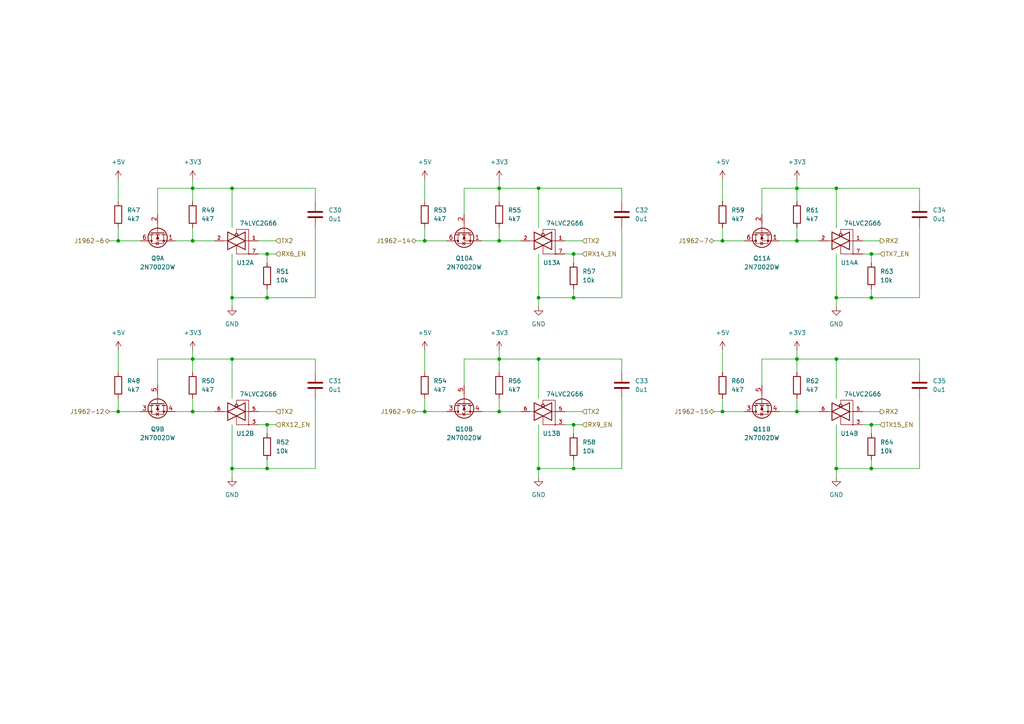
<source format=kicad_sch>
(kicad_sch (version 20211123) (generator eeschema)

  (uuid a872c29e-44d9-4120-b2f3-024e6063ec35)

  (paper "A4")

  (title_block
    (title "TJ Diag")
    (date "2023-07-07")
    (rev "V1.00")
    (company "andy@britishideas.com")
    (comment 1 "V210/ChryslerScanner_V210/schematic/ChryslerScanner_V210_schematic.pdf")
    (comment 2 "Based on: https://github.com/laszlodaniel/ChryslerScanner/blob/master/PCB/")
    (comment 3 "GPL V3 LICENSE")
  )

  (lib_symbols
    (symbol "74xGxx:74LVC2G66" (pin_names (offset 1.016)) (in_bom yes) (on_board yes)
      (property "Reference" "U" (id 0) (at -2.54 5.08 0)
        (effects (font (size 1.27 1.27)))
      )
      (property "Value" "74LVC2G66" (id 1) (at 0 -5.08 0)
        (effects (font (size 1.27 1.27)))
      )
      (property "Footprint" "" (id 2) (at 0 0 0)
        (effects (font (size 1.27 1.27)) hide)
      )
      (property "Datasheet" "http://www.ti.com/lit/sg/scyt129e/scyt129e.pdf" (id 3) (at 0 0 0)
        (effects (font (size 1.27 1.27)) hide)
      )
      (property "ki_keywords" "Dual Analog Switch" (id 4) (at 0 0 0)
        (effects (font (size 1.27 1.27)) hide)
      )
      (property "ki_description" "Dual Analog Switch" (id 5) (at 0 0 0)
        (effects (font (size 1.27 1.27)) hide)
      )
      (property "ki_fp_filters" "SSOP* VSSOP*" (id 6) (at 0 0 0)
        (effects (font (size 1.27 1.27)) hide)
      )
      (symbol "74LVC2G66_0_1"
        (circle (center -3.556 -3.81) (radius 0.127)
          (stroke (width 0) (type default) (color 0 0 0 0))
          (fill (type none))
        )
        (polyline
          (pts
            (xy -3.81 0)
            (xy -2.54 0)
          )
          (stroke (width 0) (type default) (color 0 0 0 0))
          (fill (type none))
        )
        (polyline
          (pts
            (xy -2.54 2.54)
            (xy -2.54 -2.54)
          )
          (stroke (width 0.254) (type default) (color 0 0 0 0))
          (fill (type none))
        )
        (polyline
          (pts
            (xy 2.54 0)
            (xy 3.81 0)
          )
          (stroke (width 0) (type default) (color 0 0 0 0))
          (fill (type none))
        )
        (polyline
          (pts
            (xy 2.54 2.54)
            (xy 2.54 -2.54)
          )
          (stroke (width 0.254) (type default) (color 0 0 0 0))
          (fill (type none))
        )
        (polyline
          (pts
            (xy -3.81 -3.81)
            (xy 0 -3.81)
            (xy 0 -1.27)
          )
          (stroke (width 0) (type default) (color 0 0 0 0))
          (fill (type none))
        )
        (polyline
          (pts
            (xy -2.54 -2.54)
            (xy 2.54 0)
            (xy -2.54 2.54)
          )
          (stroke (width 0.254) (type default) (color 0 0 0 0))
          (fill (type none))
        )
        (polyline
          (pts
            (xy 2.54 2.54)
            (xy -2.54 0)
            (xy 2.54 -2.54)
          )
          (stroke (width 0.254) (type default) (color 0 0 0 0))
          (fill (type none))
        )
        (polyline
          (pts
            (xy 0 2.159)
            (xy 0 3.302)
            (xy -3.556 3.302)
            (xy -3.556 -3.81)
          )
          (stroke (width 0) (type default) (color 0 0 0 0))
          (fill (type none))
        )
        (circle (center 0 1.778) (radius 0.381)
          (stroke (width 0.254) (type default) (color 0 0 0 0))
          (fill (type none))
        )
        (pin power_in line (at 1.27 -3.81 270) (length 0) hide
          (name "GND" (effects (font (size 1.016 1.016))))
          (number "4" (effects (font (size 1.016 1.016))))
        )
        (pin power_in line (at 1.27 3.81 90) (length 0) hide
          (name "VCC" (effects (font (size 1.016 1.016))))
          (number "8" (effects (font (size 1.016 1.016))))
        )
      )
      (symbol "74LVC2G66_1_1"
        (pin input line (at -6.35 0 0) (length 2.54)
          (name "~" (effects (font (size 1.016 1.016))))
          (number "1" (effects (font (size 1.016 1.016))))
        )
        (pin tri_state line (at 6.35 0 180) (length 2.54)
          (name "~" (effects (font (size 1.016 1.016))))
          (number "2" (effects (font (size 1.016 1.016))))
        )
        (pin input line (at -6.35 -3.81 0) (length 2.54)
          (name "~" (effects (font (size 1.016 1.016))))
          (number "7" (effects (font (size 1.016 1.016))))
        )
      )
      (symbol "74LVC2G66_2_1"
        (pin input line (at -6.35 -3.81 0) (length 2.54)
          (name "~" (effects (font (size 1.016 1.016))))
          (number "3" (effects (font (size 1.016 1.016))))
        )
        (pin input line (at -6.35 0 0) (length 2.54)
          (name "~" (effects (font (size 1.016 1.016))))
          (number "5" (effects (font (size 1.016 1.016))))
        )
        (pin tri_state line (at 6.35 0 180) (length 2.54)
          (name "~" (effects (font (size 1.016 1.016))))
          (number "6" (effects (font (size 1.016 1.016))))
        )
      )
    )
    (symbol "ChryslerScanner:2N7002DW" (pin_names hide) (in_bom yes) (on_board yes)
      (property "Reference" "Q" (id 0) (at 5.08 1.905 0)
        (effects (font (size 1.27 1.27)) (justify left))
      )
      (property "Value" "2N7002DW" (id 1) (at 5.08 0 0)
        (effects (font (size 1.27 1.27)) (justify left))
      )
      (property "Footprint" "" (id 2) (at 5.08 -1.905 0)
        (effects (font (size 1.27 1.27) italic) (justify left) hide)
      )
      (property "Datasheet" "" (id 3) (at 0 0 0)
        (effects (font (size 1.27 1.27)) (justify left) hide)
      )
      (property "ki_keywords" "Dual N-Channel MOSFET Logic Level" (id 4) (at 0 0 0)
        (effects (font (size 1.27 1.27)) hide)
      )
      (property "ki_fp_filters" "SOT?363*" (id 5) (at 0 0 0)
        (effects (font (size 1.27 1.27)) hide)
      )
      (symbol "2N7002DW_0_1"
        (polyline
          (pts
            (xy 0.254 0)
            (xy -2.54 0)
          )
          (stroke (width 0) (type default) (color 0 0 0 0))
          (fill (type none))
        )
        (polyline
          (pts
            (xy 0.254 1.905)
            (xy 0.254 -1.905)
          )
          (stroke (width 0.254) (type default) (color 0 0 0 0))
          (fill (type none))
        )
        (polyline
          (pts
            (xy 0.762 -1.27)
            (xy 0.762 -2.286)
          )
          (stroke (width 0.254) (type default) (color 0 0 0 0))
          (fill (type none))
        )
        (polyline
          (pts
            (xy 0.762 0.508)
            (xy 0.762 -0.508)
          )
          (stroke (width 0.254) (type default) (color 0 0 0 0))
          (fill (type none))
        )
        (polyline
          (pts
            (xy 0.762 2.286)
            (xy 0.762 1.27)
          )
          (stroke (width 0.254) (type default) (color 0 0 0 0))
          (fill (type none))
        )
        (polyline
          (pts
            (xy 2.54 2.54)
            (xy 2.54 1.778)
          )
          (stroke (width 0) (type default) (color 0 0 0 0))
          (fill (type none))
        )
        (polyline
          (pts
            (xy 2.54 -2.54)
            (xy 2.54 0)
            (xy 0.762 0)
          )
          (stroke (width 0) (type default) (color 0 0 0 0))
          (fill (type none))
        )
        (polyline
          (pts
            (xy 0.762 -1.778)
            (xy 3.302 -1.778)
            (xy 3.302 1.778)
            (xy 0.762 1.778)
          )
          (stroke (width 0) (type default) (color 0 0 0 0))
          (fill (type none))
        )
        (polyline
          (pts
            (xy 1.016 0)
            (xy 2.032 0.381)
            (xy 2.032 -0.381)
            (xy 1.016 0)
          )
          (stroke (width 0) (type default) (color 0 0 0 0))
          (fill (type outline))
        )
        (polyline
          (pts
            (xy 2.794 0.508)
            (xy 2.921 0.381)
            (xy 3.683 0.381)
            (xy 3.81 0.254)
          )
          (stroke (width 0) (type default) (color 0 0 0 0))
          (fill (type none))
        )
        (polyline
          (pts
            (xy 3.302 0.381)
            (xy 2.921 -0.254)
            (xy 3.683 -0.254)
            (xy 3.302 0.381)
          )
          (stroke (width 0) (type default) (color 0 0 0 0))
          (fill (type none))
        )
        (circle (center 1.651 0) (radius 2.794)
          (stroke (width 0.254) (type default) (color 0 0 0 0))
          (fill (type none))
        )
        (circle (center 2.54 -1.778) (radius 0.254)
          (stroke (width 0) (type default) (color 0 0 0 0))
          (fill (type outline))
        )
        (circle (center 2.54 1.778) (radius 0.254)
          (stroke (width 0) (type default) (color 0 0 0 0))
          (fill (type outline))
        )
      )
      (symbol "2N7002DW_1_1"
        (pin passive line (at 2.54 -5.08 90) (length 2.54)
          (name "S" (effects (font (size 1.27 1.27))))
          (number "1" (effects (font (size 1.27 1.27))))
        )
        (pin passive line (at -5.08 0 0) (length 2.54)
          (name "G" (effects (font (size 1.27 1.27))))
          (number "2" (effects (font (size 1.27 1.27))))
        )
        (pin passive line (at 2.54 5.08 270) (length 2.54)
          (name "D" (effects (font (size 1.27 1.27))))
          (number "6" (effects (font (size 1.27 1.27))))
        )
      )
      (symbol "2N7002DW_2_1"
        (pin passive line (at 2.54 5.08 270) (length 2.54)
          (name "D" (effects (font (size 1.27 1.27))))
          (number "3" (effects (font (size 1.27 1.27))))
        )
        (pin passive line (at 2.54 -5.08 90) (length 2.54)
          (name "S" (effects (font (size 1.27 1.27))))
          (number "4" (effects (font (size 1.27 1.27))))
        )
        (pin passive line (at -5.08 0 0) (length 2.54)
          (name "G" (effects (font (size 1.27 1.27))))
          (number "5" (effects (font (size 1.27 1.27))))
        )
      )
    )
    (symbol "Device:C" (pin_numbers hide) (pin_names (offset 0.254)) (in_bom yes) (on_board yes)
      (property "Reference" "C" (id 0) (at 0.635 2.54 0)
        (effects (font (size 1.27 1.27)) (justify left))
      )
      (property "Value" "C" (id 1) (at 0.635 -2.54 0)
        (effects (font (size 1.27 1.27)) (justify left))
      )
      (property "Footprint" "" (id 2) (at 0.9652 -3.81 0)
        (effects (font (size 1.27 1.27)) hide)
      )
      (property "Datasheet" "~" (id 3) (at 0 0 0)
        (effects (font (size 1.27 1.27)) hide)
      )
      (property "ki_keywords" "cap capacitor" (id 4) (at 0 0 0)
        (effects (font (size 1.27 1.27)) hide)
      )
      (property "ki_description" "Unpolarized capacitor" (id 5) (at 0 0 0)
        (effects (font (size 1.27 1.27)) hide)
      )
      (property "ki_fp_filters" "C_*" (id 6) (at 0 0 0)
        (effects (font (size 1.27 1.27)) hide)
      )
      (symbol "C_0_1"
        (polyline
          (pts
            (xy -2.032 -0.762)
            (xy 2.032 -0.762)
          )
          (stroke (width 0.508) (type default) (color 0 0 0 0))
          (fill (type none))
        )
        (polyline
          (pts
            (xy -2.032 0.762)
            (xy 2.032 0.762)
          )
          (stroke (width 0.508) (type default) (color 0 0 0 0))
          (fill (type none))
        )
      )
      (symbol "C_1_1"
        (pin passive line (at 0 3.81 270) (length 2.794)
          (name "~" (effects (font (size 1.27 1.27))))
          (number "1" (effects (font (size 1.27 1.27))))
        )
        (pin passive line (at 0 -3.81 90) (length 2.794)
          (name "~" (effects (font (size 1.27 1.27))))
          (number "2" (effects (font (size 1.27 1.27))))
        )
      )
    )
    (symbol "Device:R" (pin_numbers hide) (pin_names (offset 0)) (in_bom yes) (on_board yes)
      (property "Reference" "R" (id 0) (at 2.032 0 90)
        (effects (font (size 1.27 1.27)))
      )
      (property "Value" "R" (id 1) (at 0 0 90)
        (effects (font (size 1.27 1.27)))
      )
      (property "Footprint" "" (id 2) (at -1.778 0 90)
        (effects (font (size 1.27 1.27)) hide)
      )
      (property "Datasheet" "~" (id 3) (at 0 0 0)
        (effects (font (size 1.27 1.27)) hide)
      )
      (property "ki_keywords" "R res resistor" (id 4) (at 0 0 0)
        (effects (font (size 1.27 1.27)) hide)
      )
      (property "ki_description" "Resistor" (id 5) (at 0 0 0)
        (effects (font (size 1.27 1.27)) hide)
      )
      (property "ki_fp_filters" "R_*" (id 6) (at 0 0 0)
        (effects (font (size 1.27 1.27)) hide)
      )
      (symbol "R_0_1"
        (rectangle (start -1.016 -2.54) (end 1.016 2.54)
          (stroke (width 0.254) (type default) (color 0 0 0 0))
          (fill (type none))
        )
      )
      (symbol "R_1_1"
        (pin passive line (at 0 3.81 270) (length 1.27)
          (name "~" (effects (font (size 1.27 1.27))))
          (number "1" (effects (font (size 1.27 1.27))))
        )
        (pin passive line (at 0 -3.81 90) (length 1.27)
          (name "~" (effects (font (size 1.27 1.27))))
          (number "2" (effects (font (size 1.27 1.27))))
        )
      )
    )
    (symbol "power:+3V3" (power) (pin_names (offset 0)) (in_bom yes) (on_board yes)
      (property "Reference" "#PWR" (id 0) (at 0 -3.81 0)
        (effects (font (size 1.27 1.27)) hide)
      )
      (property "Value" "+3V3" (id 1) (at 0 3.556 0)
        (effects (font (size 1.27 1.27)))
      )
      (property "Footprint" "" (id 2) (at 0 0 0)
        (effects (font (size 1.27 1.27)) hide)
      )
      (property "Datasheet" "" (id 3) (at 0 0 0)
        (effects (font (size 1.27 1.27)) hide)
      )
      (property "ki_keywords" "power-flag" (id 4) (at 0 0 0)
        (effects (font (size 1.27 1.27)) hide)
      )
      (property "ki_description" "Power symbol creates a global label with name \"+3V3\"" (id 5) (at 0 0 0)
        (effects (font (size 1.27 1.27)) hide)
      )
      (symbol "+3V3_0_1"
        (polyline
          (pts
            (xy -0.762 1.27)
            (xy 0 2.54)
          )
          (stroke (width 0) (type default) (color 0 0 0 0))
          (fill (type none))
        )
        (polyline
          (pts
            (xy 0 0)
            (xy 0 2.54)
          )
          (stroke (width 0) (type default) (color 0 0 0 0))
          (fill (type none))
        )
        (polyline
          (pts
            (xy 0 2.54)
            (xy 0.762 1.27)
          )
          (stroke (width 0) (type default) (color 0 0 0 0))
          (fill (type none))
        )
      )
      (symbol "+3V3_1_1"
        (pin power_in line (at 0 0 90) (length 0) hide
          (name "+3V3" (effects (font (size 1.27 1.27))))
          (number "1" (effects (font (size 1.27 1.27))))
        )
      )
    )
    (symbol "power:+5V" (power) (pin_names (offset 0)) (in_bom yes) (on_board yes)
      (property "Reference" "#PWR" (id 0) (at 0 -3.81 0)
        (effects (font (size 1.27 1.27)) hide)
      )
      (property "Value" "+5V" (id 1) (at 0 3.556 0)
        (effects (font (size 1.27 1.27)))
      )
      (property "Footprint" "" (id 2) (at 0 0 0)
        (effects (font (size 1.27 1.27)) hide)
      )
      (property "Datasheet" "" (id 3) (at 0 0 0)
        (effects (font (size 1.27 1.27)) hide)
      )
      (property "ki_keywords" "power-flag" (id 4) (at 0 0 0)
        (effects (font (size 1.27 1.27)) hide)
      )
      (property "ki_description" "Power symbol creates a global label with name \"+5V\"" (id 5) (at 0 0 0)
        (effects (font (size 1.27 1.27)) hide)
      )
      (symbol "+5V_0_1"
        (polyline
          (pts
            (xy -0.762 1.27)
            (xy 0 2.54)
          )
          (stroke (width 0) (type default) (color 0 0 0 0))
          (fill (type none))
        )
        (polyline
          (pts
            (xy 0 0)
            (xy 0 2.54)
          )
          (stroke (width 0) (type default) (color 0 0 0 0))
          (fill (type none))
        )
        (polyline
          (pts
            (xy 0 2.54)
            (xy 0.762 1.27)
          )
          (stroke (width 0) (type default) (color 0 0 0 0))
          (fill (type none))
        )
      )
      (symbol "+5V_1_1"
        (pin power_in line (at 0 0 90) (length 0) hide
          (name "+5V" (effects (font (size 1.27 1.27))))
          (number "1" (effects (font (size 1.27 1.27))))
        )
      )
    )
    (symbol "power:GND" (power) (pin_names (offset 0)) (in_bom yes) (on_board yes)
      (property "Reference" "#PWR" (id 0) (at 0 -6.35 0)
        (effects (font (size 1.27 1.27)) hide)
      )
      (property "Value" "GND" (id 1) (at 0 -3.81 0)
        (effects (font (size 1.27 1.27)))
      )
      (property "Footprint" "" (id 2) (at 0 0 0)
        (effects (font (size 1.27 1.27)) hide)
      )
      (property "Datasheet" "" (id 3) (at 0 0 0)
        (effects (font (size 1.27 1.27)) hide)
      )
      (property "ki_keywords" "power-flag" (id 4) (at 0 0 0)
        (effects (font (size 1.27 1.27)) hide)
      )
      (property "ki_description" "Power symbol creates a global label with name \"GND\" , ground" (id 5) (at 0 0 0)
        (effects (font (size 1.27 1.27)) hide)
      )
      (symbol "GND_0_1"
        (polyline
          (pts
            (xy 0 0)
            (xy 0 -1.27)
            (xy 1.27 -1.27)
            (xy 0 -2.54)
            (xy -1.27 -1.27)
            (xy 0 -1.27)
          )
          (stroke (width 0) (type default) (color 0 0 0 0))
          (fill (type none))
        )
      )
      (symbol "GND_1_1"
        (pin power_in line (at 0 0 270) (length 0) hide
          (name "GND" (effects (font (size 1.27 1.27))))
          (number "1" (effects (font (size 1.27 1.27))))
        )
      )
    )
  )

  (junction (at 123.19 119.38) (diameter 0) (color 0 0 0 0)
    (uuid 005e64d7-f7fe-47e6-9147-d8187361120f)
  )
  (junction (at 252.73 123.19) (diameter 0) (color 0 0 0 0)
    (uuid 048ed5fc-d7ec-49a3-8380-dd6bbe9f7fd5)
  )
  (junction (at 242.57 135.89) (diameter 0) (color 0 0 0 0)
    (uuid 04d59a3d-b361-4f73-8072-9c65b079a111)
  )
  (junction (at 231.14 69.85) (diameter 0) (color 0 0 0 0)
    (uuid 05ae8aa4-9fb6-4198-b0e6-24c81f9f67a7)
  )
  (junction (at 252.73 73.66) (diameter 0) (color 0 0 0 0)
    (uuid 09cd4e33-83ff-4a95-a05b-e428bd14cfe2)
  )
  (junction (at 166.37 86.36) (diameter 0) (color 0 0 0 0)
    (uuid 0c7f16c2-a74c-4e40-a4a1-c752ab0c9c7a)
  )
  (junction (at 55.88 119.38) (diameter 0) (color 0 0 0 0)
    (uuid 0d81f1fe-fb7e-4528-bb79-0fe956c4c2d2)
  )
  (junction (at 231.14 119.38) (diameter 0) (color 0 0 0 0)
    (uuid 12cd49d7-97da-4365-a12b-a6202c1a86d1)
  )
  (junction (at 209.55 119.38) (diameter 0) (color 0 0 0 0)
    (uuid 12e41e97-d370-4201-9f36-99135e417f20)
  )
  (junction (at 144.78 69.85) (diameter 0) (color 0 0 0 0)
    (uuid 14e1449d-87b1-4198-b38e-e2caf09bf9d1)
  )
  (junction (at 34.29 69.85) (diameter 0) (color 0 0 0 0)
    (uuid 249d5345-cdfe-4e48-b502-7358ce2892d7)
  )
  (junction (at 242.57 54.61) (diameter 0) (color 0 0 0 0)
    (uuid 26765328-4b17-4aab-b93b-7202aed8a659)
  )
  (junction (at 252.73 135.89) (diameter 0) (color 0 0 0 0)
    (uuid 30d1cb2e-2008-49b2-ba31-e9a06ccc60d3)
  )
  (junction (at 231.14 54.61) (diameter 0) (color 0 0 0 0)
    (uuid 342961a9-be04-4aa2-83fd-2ddc405750c5)
  )
  (junction (at 242.57 86.36) (diameter 0) (color 0 0 0 0)
    (uuid 371132cf-c0dc-4e49-9e64-d9e0da34437c)
  )
  (junction (at 156.21 104.14) (diameter 0) (color 0 0 0 0)
    (uuid 510c20ed-62bb-4107-ae29-e42888b84907)
  )
  (junction (at 55.88 104.14) (diameter 0) (color 0 0 0 0)
    (uuid 52bdfa20-2947-4222-b748-41c828456983)
  )
  (junction (at 156.21 86.36) (diameter 0) (color 0 0 0 0)
    (uuid 5301b52f-6121-4a08-af0d-ddd346f1fe6d)
  )
  (junction (at 55.88 69.85) (diameter 0) (color 0 0 0 0)
    (uuid 59998158-002a-44c0-a237-0742470d4c99)
  )
  (junction (at 144.78 119.38) (diameter 0) (color 0 0 0 0)
    (uuid 5bc5b55a-382f-48ed-93cc-863b1e3b8ca5)
  )
  (junction (at 77.47 135.89) (diameter 0) (color 0 0 0 0)
    (uuid 60c43798-9af0-4688-a217-6065ef85d7ee)
  )
  (junction (at 166.37 123.19) (diameter 0) (color 0 0 0 0)
    (uuid 6cb6373a-8394-4944-8474-8b981fdc382c)
  )
  (junction (at 156.21 135.89) (diameter 0) (color 0 0 0 0)
    (uuid 8872b0a1-0367-41d5-9b10-33b1f7f01ece)
  )
  (junction (at 242.57 104.14) (diameter 0) (color 0 0 0 0)
    (uuid 8a455450-c95d-4b83-8e47-2b583a91a21b)
  )
  (junction (at 252.73 86.36) (diameter 0) (color 0 0 0 0)
    (uuid 8c738e39-58a7-47e3-a342-93148f67e22c)
  )
  (junction (at 77.47 73.66) (diameter 0) (color 0 0 0 0)
    (uuid 8e5c880f-7a39-435a-88fd-6bcbea1aafd1)
  )
  (junction (at 166.37 135.89) (diameter 0) (color 0 0 0 0)
    (uuid 9061e835-7e39-4c3f-9226-a2ccf7cc9e80)
  )
  (junction (at 67.31 54.61) (diameter 0) (color 0 0 0 0)
    (uuid 9372d0ae-42ed-41a6-b37a-2f21dca6dec2)
  )
  (junction (at 144.78 54.61) (diameter 0) (color 0 0 0 0)
    (uuid 981596d0-7f08-4226-835a-6b8715a14918)
  )
  (junction (at 231.14 104.14) (diameter 0) (color 0 0 0 0)
    (uuid 99224f90-d46c-446d-a13b-d388438fe6dc)
  )
  (junction (at 77.47 86.36) (diameter 0) (color 0 0 0 0)
    (uuid 9c9bfbe1-d58b-4a1a-a07f-fa0db24eb033)
  )
  (junction (at 67.31 135.89) (diameter 0) (color 0 0 0 0)
    (uuid ae08dbd8-95fd-40ba-82c1-d989aef30178)
  )
  (junction (at 123.19 69.85) (diameter 0) (color 0 0 0 0)
    (uuid b0390a63-9e04-4ad0-9746-884cd2556ef4)
  )
  (junction (at 144.78 104.14) (diameter 0) (color 0 0 0 0)
    (uuid b0c76709-41e9-48ed-b651-403ce0b7f632)
  )
  (junction (at 209.55 69.85) (diameter 0) (color 0 0 0 0)
    (uuid b8b77dd5-bddc-45f2-817c-0d28a9c3c787)
  )
  (junction (at 166.37 73.66) (diameter 0) (color 0 0 0 0)
    (uuid baa4a5eb-1f44-41ed-9f96-e5f7e3cf2195)
  )
  (junction (at 55.88 54.61) (diameter 0) (color 0 0 0 0)
    (uuid c10bc779-eef6-4cef-bbbb-157a42b2313a)
  )
  (junction (at 67.31 104.14) (diameter 0) (color 0 0 0 0)
    (uuid c5007663-fab6-4a89-bdec-ac3cc616d2c9)
  )
  (junction (at 67.31 86.36) (diameter 0) (color 0 0 0 0)
    (uuid da69d64c-c127-45c4-96b7-a1c2e1a089d3)
  )
  (junction (at 156.21 54.61) (diameter 0) (color 0 0 0 0)
    (uuid ef5578e8-2d06-4bc2-86b3-ade6db2663c8)
  )
  (junction (at 34.29 119.38) (diameter 0) (color 0 0 0 0)
    (uuid f9b2ecf8-2445-447a-b6ab-8d22d77e5552)
  )
  (junction (at 77.47 123.19) (diameter 0) (color 0 0 0 0)
    (uuid ff72ca40-dcaf-4c60-a041-3646df35753b)
  )

  (wire (pts (xy 180.34 107.95) (xy 180.34 104.14))
    (stroke (width 0) (type default) (color 0 0 0 0))
    (uuid 014037bd-0b89-43e6-97e5-7bfa3732af55)
  )
  (wire (pts (xy 231.14 104.14) (xy 231.14 107.95))
    (stroke (width 0) (type default) (color 0 0 0 0))
    (uuid 0226d279-2ae2-4bd3-94e4-f6d760def979)
  )
  (wire (pts (xy 166.37 123.19) (xy 168.91 123.19))
    (stroke (width 0) (type default) (color 0 0 0 0))
    (uuid 033ba424-c6b9-415d-8255-ae1b32a3d1bf)
  )
  (wire (pts (xy 252.73 73.66) (xy 252.73 76.2))
    (stroke (width 0) (type default) (color 0 0 0 0))
    (uuid 06f8ffa2-cd6e-434e-899e-18a6526c1de5)
  )
  (wire (pts (xy 74.93 73.66) (xy 77.47 73.66))
    (stroke (width 0) (type default) (color 0 0 0 0))
    (uuid 095c3cd8-a9d1-4c22-afbd-7f2a183af518)
  )
  (wire (pts (xy 144.78 119.38) (xy 144.78 115.57))
    (stroke (width 0) (type default) (color 0 0 0 0))
    (uuid 0f24b111-01da-4d1d-8c74-c2cd6e657a2b)
  )
  (wire (pts (xy 34.29 52.07) (xy 34.29 58.42))
    (stroke (width 0) (type default) (color 0 0 0 0))
    (uuid 1269c655-2a52-46f7-8282-1b96a572df1f)
  )
  (wire (pts (xy 67.31 135.89) (xy 67.31 138.43))
    (stroke (width 0) (type default) (color 0 0 0 0))
    (uuid 13c42e5f-cbf8-4eb7-a2fa-bb03a41e1204)
  )
  (wire (pts (xy 55.88 119.38) (xy 55.88 115.57))
    (stroke (width 0) (type default) (color 0 0 0 0))
    (uuid 141053a6-203c-4627-ba87-6fcf110e1ffc)
  )
  (wire (pts (xy 55.88 104.14) (xy 55.88 107.95))
    (stroke (width 0) (type default) (color 0 0 0 0))
    (uuid 16514233-b897-4269-9332-ce7e0463453d)
  )
  (wire (pts (xy 242.57 54.61) (xy 231.14 54.61))
    (stroke (width 0) (type default) (color 0 0 0 0))
    (uuid 1a5fde57-01cc-4cd9-b77b-c8b115596076)
  )
  (wire (pts (xy 77.47 135.89) (xy 67.31 135.89))
    (stroke (width 0) (type default) (color 0 0 0 0))
    (uuid 1abafd5a-a16a-4fb2-8290-2c678dfb90aa)
  )
  (wire (pts (xy 163.83 123.19) (xy 166.37 123.19))
    (stroke (width 0) (type default) (color 0 0 0 0))
    (uuid 1b336f34-b467-4fca-b612-6dcc0f6aac75)
  )
  (wire (pts (xy 91.44 54.61) (xy 67.31 54.61))
    (stroke (width 0) (type default) (color 0 0 0 0))
    (uuid 1cd6a41f-f7a5-4643-ab63-e33e84e6037d)
  )
  (wire (pts (xy 91.44 107.95) (xy 91.44 104.14))
    (stroke (width 0) (type default) (color 0 0 0 0))
    (uuid 1d7418aa-1e7b-46ba-8539-ed690eca6541)
  )
  (wire (pts (xy 220.98 62.23) (xy 220.98 54.61))
    (stroke (width 0) (type default) (color 0 0 0 0))
    (uuid 1da15f93-bedd-4ae4-9308-6be9806982b6)
  )
  (wire (pts (xy 166.37 73.66) (xy 168.91 73.66))
    (stroke (width 0) (type default) (color 0 0 0 0))
    (uuid 1e02c342-154e-4d89-8dce-ad296417936d)
  )
  (wire (pts (xy 209.55 101.6) (xy 209.55 107.95))
    (stroke (width 0) (type default) (color 0 0 0 0))
    (uuid 1e0800aa-edf0-48bc-919f-be98bbf9d973)
  )
  (wire (pts (xy 266.7 86.36) (xy 252.73 86.36))
    (stroke (width 0) (type default) (color 0 0 0 0))
    (uuid 1f593d52-b069-4b06-b4c0-2fbcdd75769c)
  )
  (wire (pts (xy 67.31 123.19) (xy 67.31 135.89))
    (stroke (width 0) (type default) (color 0 0 0 0))
    (uuid 20596efe-0d0f-4f8a-9240-3244a08acd38)
  )
  (wire (pts (xy 226.06 69.85) (xy 231.14 69.85))
    (stroke (width 0) (type default) (color 0 0 0 0))
    (uuid 205f4b76-4d36-4725-8c17-bef60aa88255)
  )
  (wire (pts (xy 266.7 58.42) (xy 266.7 54.61))
    (stroke (width 0) (type default) (color 0 0 0 0))
    (uuid 2347cef8-2d81-4e1e-9fa6-68f665d891be)
  )
  (wire (pts (xy 207.01 119.38) (xy 209.55 119.38))
    (stroke (width 0) (type default) (color 0 0 0 0))
    (uuid 272285fd-e4f2-496f-8822-c96908611810)
  )
  (wire (pts (xy 91.44 104.14) (xy 67.31 104.14))
    (stroke (width 0) (type default) (color 0 0 0 0))
    (uuid 28cafb39-4d1c-4fc1-9608-4a3b839b8ae5)
  )
  (wire (pts (xy 166.37 83.82) (xy 166.37 86.36))
    (stroke (width 0) (type default) (color 0 0 0 0))
    (uuid 2a2af426-5d0b-4071-afdb-04dbe7dd228c)
  )
  (wire (pts (xy 55.88 69.85) (xy 62.23 69.85))
    (stroke (width 0) (type default) (color 0 0 0 0))
    (uuid 2a6e39fb-7913-42ac-9130-e1fbceaef276)
  )
  (wire (pts (xy 180.34 66.04) (xy 180.34 86.36))
    (stroke (width 0) (type default) (color 0 0 0 0))
    (uuid 3027e9c1-0310-471c-b940-e3dff44bb7a2)
  )
  (wire (pts (xy 242.57 123.19) (xy 242.57 135.89))
    (stroke (width 0) (type default) (color 0 0 0 0))
    (uuid 32d87701-6cc4-4243-9a06-7881d16bbd00)
  )
  (wire (pts (xy 215.9 69.85) (xy 209.55 69.85))
    (stroke (width 0) (type default) (color 0 0 0 0))
    (uuid 33686998-6f36-4d54-be50-2d86c115f1f1)
  )
  (wire (pts (xy 134.62 104.14) (xy 144.78 104.14))
    (stroke (width 0) (type default) (color 0 0 0 0))
    (uuid 348434c8-30ee-4c09-872d-af49b814e821)
  )
  (wire (pts (xy 231.14 52.07) (xy 231.14 54.61))
    (stroke (width 0) (type default) (color 0 0 0 0))
    (uuid 35b752c2-2411-46c0-9191-14530b1cbe39)
  )
  (wire (pts (xy 209.55 119.38) (xy 209.55 115.57))
    (stroke (width 0) (type default) (color 0 0 0 0))
    (uuid 3855ed20-a3df-49d9-aa60-26ab26af4349)
  )
  (wire (pts (xy 156.21 135.89) (xy 156.21 138.43))
    (stroke (width 0) (type default) (color 0 0 0 0))
    (uuid 388029a6-14b4-4c48-a967-84ceae6d3dca)
  )
  (wire (pts (xy 139.7 119.38) (xy 144.78 119.38))
    (stroke (width 0) (type default) (color 0 0 0 0))
    (uuid 39c9b1ae-b5e7-4917-a764-ae0255710814)
  )
  (wire (pts (xy 31.75 119.38) (xy 34.29 119.38))
    (stroke (width 0) (type default) (color 0 0 0 0))
    (uuid 3c1ac448-67b8-436d-84f9-4062666c0256)
  )
  (wire (pts (xy 252.73 83.82) (xy 252.73 86.36))
    (stroke (width 0) (type default) (color 0 0 0 0))
    (uuid 3cf6e3cd-ec35-47c2-9bdf-d9c8ab3842af)
  )
  (wire (pts (xy 91.44 66.04) (xy 91.44 86.36))
    (stroke (width 0) (type default) (color 0 0 0 0))
    (uuid 3da6f898-cbd1-4838-a3c6-e1a14ad12bfb)
  )
  (wire (pts (xy 55.88 119.38) (xy 62.23 119.38))
    (stroke (width 0) (type default) (color 0 0 0 0))
    (uuid 3ef9c3b8-45da-4b76-bc2d-95f568cf5509)
  )
  (wire (pts (xy 209.55 52.07) (xy 209.55 58.42))
    (stroke (width 0) (type default) (color 0 0 0 0))
    (uuid 3f3b5954-88c1-478f-8fd4-c1c610afda5a)
  )
  (wire (pts (xy 91.44 135.89) (xy 77.47 135.89))
    (stroke (width 0) (type default) (color 0 0 0 0))
    (uuid 3f475206-44b8-47f0-b132-455eb5a89972)
  )
  (wire (pts (xy 209.55 69.85) (xy 209.55 66.04))
    (stroke (width 0) (type default) (color 0 0 0 0))
    (uuid 40e65349-11c5-4f6a-bd0b-7f307b781a2b)
  )
  (wire (pts (xy 220.98 104.14) (xy 231.14 104.14))
    (stroke (width 0) (type default) (color 0 0 0 0))
    (uuid 42e2d3c1-9d77-4792-b2c1-3f0f933b8577)
  )
  (wire (pts (xy 129.54 119.38) (xy 123.19 119.38))
    (stroke (width 0) (type default) (color 0 0 0 0))
    (uuid 47452fd5-737a-4f6a-b726-cee2335d2660)
  )
  (wire (pts (xy 67.31 104.14) (xy 55.88 104.14))
    (stroke (width 0) (type default) (color 0 0 0 0))
    (uuid 4c0922e1-a695-4943-ab99-4e35e90e792f)
  )
  (wire (pts (xy 34.29 119.38) (xy 34.29 115.57))
    (stroke (width 0) (type default) (color 0 0 0 0))
    (uuid 4e197b7c-1320-4a05-bf4d-50997e5f82d9)
  )
  (wire (pts (xy 266.7 135.89) (xy 252.73 135.89))
    (stroke (width 0) (type default) (color 0 0 0 0))
    (uuid 4e1a944f-86f0-4229-b2c3-8cd36c1f3c79)
  )
  (wire (pts (xy 266.7 107.95) (xy 266.7 104.14))
    (stroke (width 0) (type default) (color 0 0 0 0))
    (uuid 4f351599-dafe-4ac4-887d-11a98b66fb02)
  )
  (wire (pts (xy 144.78 69.85) (xy 151.13 69.85))
    (stroke (width 0) (type default) (color 0 0 0 0))
    (uuid 51a63fe9-589f-4640-af12-bae55821d9c3)
  )
  (wire (pts (xy 134.62 54.61) (xy 144.78 54.61))
    (stroke (width 0) (type default) (color 0 0 0 0))
    (uuid 5239fec5-c2be-4ec6-984d-f546505ed88b)
  )
  (wire (pts (xy 207.01 69.85) (xy 209.55 69.85))
    (stroke (width 0) (type default) (color 0 0 0 0))
    (uuid 5815e373-983d-4962-8251-6e3fc17f6a47)
  )
  (wire (pts (xy 220.98 111.76) (xy 220.98 104.14))
    (stroke (width 0) (type default) (color 0 0 0 0))
    (uuid 5920885a-81ba-4063-9092-4d0df6ed5d2f)
  )
  (wire (pts (xy 123.19 101.6) (xy 123.19 107.95))
    (stroke (width 0) (type default) (color 0 0 0 0))
    (uuid 59569984-3c45-4c5a-8ff2-0a3b21fdc8e4)
  )
  (wire (pts (xy 74.93 69.85) (xy 80.01 69.85))
    (stroke (width 0) (type default) (color 0 0 0 0))
    (uuid 5a0ec750-c7b8-4414-81a0-9a4283a82432)
  )
  (wire (pts (xy 77.47 123.19) (xy 77.47 125.73))
    (stroke (width 0) (type default) (color 0 0 0 0))
    (uuid 5e7f7ee3-d341-4d03-a349-a935a48b70c4)
  )
  (wire (pts (xy 91.44 58.42) (xy 91.44 54.61))
    (stroke (width 0) (type default) (color 0 0 0 0))
    (uuid 61a18803-1ece-4c25-a38e-b7d422a49659)
  )
  (wire (pts (xy 144.78 104.14) (xy 144.78 107.95))
    (stroke (width 0) (type default) (color 0 0 0 0))
    (uuid 621131b5-b5f1-4e24-a205-41ac8b32efe3)
  )
  (wire (pts (xy 231.14 101.6) (xy 231.14 104.14))
    (stroke (width 0) (type default) (color 0 0 0 0))
    (uuid 626d00a1-3d88-4780-b50a-3298a2f8f4e1)
  )
  (wire (pts (xy 77.47 73.66) (xy 80.01 73.66))
    (stroke (width 0) (type default) (color 0 0 0 0))
    (uuid 6418f2cb-ccc0-478c-8e27-d125f8109ea0)
  )
  (wire (pts (xy 139.7 69.85) (xy 144.78 69.85))
    (stroke (width 0) (type default) (color 0 0 0 0))
    (uuid 65dcc978-25ed-49ad-b468-8934f75e8e1a)
  )
  (wire (pts (xy 45.72 111.76) (xy 45.72 104.14))
    (stroke (width 0) (type default) (color 0 0 0 0))
    (uuid 65f99e8a-bbdc-4267-abbf-52ae72fb37ce)
  )
  (wire (pts (xy 77.47 133.35) (xy 77.47 135.89))
    (stroke (width 0) (type default) (color 0 0 0 0))
    (uuid 668b047b-27a4-45f9-bdab-c71aa597f2cf)
  )
  (wire (pts (xy 40.64 119.38) (xy 34.29 119.38))
    (stroke (width 0) (type default) (color 0 0 0 0))
    (uuid 66cf8a7d-c85e-4b7f-a0fc-be5654755219)
  )
  (wire (pts (xy 252.73 86.36) (xy 242.57 86.36))
    (stroke (width 0) (type default) (color 0 0 0 0))
    (uuid 688ef998-432e-4304-be00-17f16b10803b)
  )
  (wire (pts (xy 242.57 104.14) (xy 231.14 104.14))
    (stroke (width 0) (type default) (color 0 0 0 0))
    (uuid 68b6f489-8880-4680-8777-269e1a640052)
  )
  (wire (pts (xy 156.21 66.04) (xy 156.21 54.61))
    (stroke (width 0) (type default) (color 0 0 0 0))
    (uuid 6bb2e862-c26e-46af-817c-3b0bbf30ac06)
  )
  (wire (pts (xy 55.88 101.6) (xy 55.88 104.14))
    (stroke (width 0) (type default) (color 0 0 0 0))
    (uuid 6bf9425d-84e3-429c-af04-6ea1b217b2a1)
  )
  (wire (pts (xy 156.21 54.61) (xy 144.78 54.61))
    (stroke (width 0) (type default) (color 0 0 0 0))
    (uuid 71aa5840-0efe-417d-939a-a8b834cc0f69)
  )
  (wire (pts (xy 266.7 66.04) (xy 266.7 86.36))
    (stroke (width 0) (type default) (color 0 0 0 0))
    (uuid 72149d79-6542-46f0-8750-8556e17be255)
  )
  (wire (pts (xy 252.73 135.89) (xy 242.57 135.89))
    (stroke (width 0) (type default) (color 0 0 0 0))
    (uuid 72ee2710-e83e-44b5-a8a2-d0b52b2f09df)
  )
  (wire (pts (xy 220.98 54.61) (xy 231.14 54.61))
    (stroke (width 0) (type default) (color 0 0 0 0))
    (uuid 7b554fdb-919c-4f7e-a291-660e48581004)
  )
  (wire (pts (xy 144.78 101.6) (xy 144.78 104.14))
    (stroke (width 0) (type default) (color 0 0 0 0))
    (uuid 7c58ca95-9891-40cd-ad6b-0d076ac3769f)
  )
  (wire (pts (xy 166.37 135.89) (xy 156.21 135.89))
    (stroke (width 0) (type default) (color 0 0 0 0))
    (uuid 7f985ab6-b852-4e21-8b3d-d5d58076ba85)
  )
  (wire (pts (xy 91.44 115.57) (xy 91.44 135.89))
    (stroke (width 0) (type default) (color 0 0 0 0))
    (uuid 824ef421-a581-4c81-830a-27a9cee18b6c)
  )
  (wire (pts (xy 163.83 73.66) (xy 166.37 73.66))
    (stroke (width 0) (type default) (color 0 0 0 0))
    (uuid 89119536-88c8-44c0-a7ce-33db7b24de61)
  )
  (wire (pts (xy 67.31 54.61) (xy 55.88 54.61))
    (stroke (width 0) (type default) (color 0 0 0 0))
    (uuid 8d734ada-c829-4860-8a9c-275fd2e9d144)
  )
  (wire (pts (xy 50.8 69.85) (xy 55.88 69.85))
    (stroke (width 0) (type default) (color 0 0 0 0))
    (uuid 8e57ac56-e978-46a8-a618-51cb2676bd10)
  )
  (wire (pts (xy 180.34 58.42) (xy 180.34 54.61))
    (stroke (width 0) (type default) (color 0 0 0 0))
    (uuid 8ffd5c20-b6fb-4e62-aa6d-4f5b59b860d4)
  )
  (wire (pts (xy 74.93 119.38) (xy 80.01 119.38))
    (stroke (width 0) (type default) (color 0 0 0 0))
    (uuid 91d4d21b-e41b-480e-be1b-4db9ee04ece2)
  )
  (wire (pts (xy 231.14 69.85) (xy 237.49 69.85))
    (stroke (width 0) (type default) (color 0 0 0 0))
    (uuid 9496974c-1858-44b3-903a-8deb1d517d76)
  )
  (wire (pts (xy 91.44 86.36) (xy 77.47 86.36))
    (stroke (width 0) (type default) (color 0 0 0 0))
    (uuid 9595e9dd-437c-4a5b-acc4-c5e5722edbf1)
  )
  (wire (pts (xy 134.62 111.76) (xy 134.62 104.14))
    (stroke (width 0) (type default) (color 0 0 0 0))
    (uuid 967ef5a9-8a8a-41c6-851f-11823a2463f3)
  )
  (wire (pts (xy 226.06 119.38) (xy 231.14 119.38))
    (stroke (width 0) (type default) (color 0 0 0 0))
    (uuid 97164108-a656-4498-bbfb-b7edd2e15a0a)
  )
  (wire (pts (xy 252.73 123.19) (xy 255.27 123.19))
    (stroke (width 0) (type default) (color 0 0 0 0))
    (uuid 986714f4-131a-47cd-9747-32cdeb9eb87c)
  )
  (wire (pts (xy 250.19 73.66) (xy 252.73 73.66))
    (stroke (width 0) (type default) (color 0 0 0 0))
    (uuid 98718943-39a2-4b0d-af90-33a5efd99da7)
  )
  (wire (pts (xy 231.14 119.38) (xy 231.14 115.57))
    (stroke (width 0) (type default) (color 0 0 0 0))
    (uuid 98c09222-739a-4b4a-bcb8-bdce79d9fee6)
  )
  (wire (pts (xy 242.57 86.36) (xy 242.57 88.9))
    (stroke (width 0) (type default) (color 0 0 0 0))
    (uuid 9bacf839-7b4e-4626-930a-d132ec6946c3)
  )
  (wire (pts (xy 120.65 119.38) (xy 123.19 119.38))
    (stroke (width 0) (type default) (color 0 0 0 0))
    (uuid 9d43f6c2-d844-46b2-bf3f-0b244451ddcb)
  )
  (wire (pts (xy 144.78 119.38) (xy 151.13 119.38))
    (stroke (width 0) (type default) (color 0 0 0 0))
    (uuid a0539cc7-0158-4cb1-8dfd-0d0004e69c1d)
  )
  (wire (pts (xy 156.21 73.66) (xy 156.21 86.36))
    (stroke (width 0) (type default) (color 0 0 0 0))
    (uuid a0b9e6a1-8aa4-4ea6-9ee2-331bd3746ac9)
  )
  (wire (pts (xy 250.19 123.19) (xy 252.73 123.19))
    (stroke (width 0) (type default) (color 0 0 0 0))
    (uuid a2d5b635-7fbd-4c02-bb39-af15681c108b)
  )
  (wire (pts (xy 74.93 123.19) (xy 77.47 123.19))
    (stroke (width 0) (type default) (color 0 0 0 0))
    (uuid a31b2e5c-5181-4c9a-8896-74381bda9a48)
  )
  (wire (pts (xy 180.34 54.61) (xy 156.21 54.61))
    (stroke (width 0) (type default) (color 0 0 0 0))
    (uuid a622f13b-7ed4-4037-9a2e-dab2362b5c14)
  )
  (wire (pts (xy 266.7 104.14) (xy 242.57 104.14))
    (stroke (width 0) (type default) (color 0 0 0 0))
    (uuid af173252-1d8a-402d-8d7b-0a6055e61e54)
  )
  (wire (pts (xy 67.31 86.36) (xy 67.31 88.9))
    (stroke (width 0) (type default) (color 0 0 0 0))
    (uuid b26f2719-9fc2-440c-812d-3c3eb44ab196)
  )
  (wire (pts (xy 166.37 133.35) (xy 166.37 135.89))
    (stroke (width 0) (type default) (color 0 0 0 0))
    (uuid b4ae6bad-5aab-459c-adc5-00de876d066a)
  )
  (wire (pts (xy 156.21 115.57) (xy 156.21 104.14))
    (stroke (width 0) (type default) (color 0 0 0 0))
    (uuid b55b575b-9f42-429d-a49e-f6a1cdc57e9f)
  )
  (wire (pts (xy 55.88 54.61) (xy 55.88 58.42))
    (stroke (width 0) (type default) (color 0 0 0 0))
    (uuid b61979da-1a46-4abb-8226-c518d208591f)
  )
  (wire (pts (xy 250.19 119.38) (xy 255.27 119.38))
    (stroke (width 0) (type default) (color 0 0 0 0))
    (uuid b6d2fba9-4164-4bf8-a037-7b627e980de2)
  )
  (wire (pts (xy 77.47 86.36) (xy 67.31 86.36))
    (stroke (width 0) (type default) (color 0 0 0 0))
    (uuid b774208e-9e4d-4d19-a20a-eb2588a5a0a6)
  )
  (wire (pts (xy 31.75 69.85) (xy 34.29 69.85))
    (stroke (width 0) (type default) (color 0 0 0 0))
    (uuid bb688eed-95d4-4488-b7dc-95e9f102471a)
  )
  (wire (pts (xy 163.83 69.85) (xy 168.91 69.85))
    (stroke (width 0) (type default) (color 0 0 0 0))
    (uuid bdb41242-aad6-4c08-87fd-11735ecfb68a)
  )
  (wire (pts (xy 231.14 69.85) (xy 231.14 66.04))
    (stroke (width 0) (type default) (color 0 0 0 0))
    (uuid bf8e1f7e-1b40-4f03-b963-f7ad18c83453)
  )
  (wire (pts (xy 67.31 66.04) (xy 67.31 54.61))
    (stroke (width 0) (type default) (color 0 0 0 0))
    (uuid bfcbf0b7-8730-4c19-88b4-e0a34bd7ca7c)
  )
  (wire (pts (xy 144.78 54.61) (xy 144.78 58.42))
    (stroke (width 0) (type default) (color 0 0 0 0))
    (uuid c20862fa-12cd-4c9b-9363-41c0a851fb1d)
  )
  (wire (pts (xy 134.62 62.23) (xy 134.62 54.61))
    (stroke (width 0) (type default) (color 0 0 0 0))
    (uuid c32a10e3-de17-47a3-b715-dc21fd32658b)
  )
  (wire (pts (xy 166.37 123.19) (xy 166.37 125.73))
    (stroke (width 0) (type default) (color 0 0 0 0))
    (uuid c32bcaa4-4f97-4142-9d3d-7bc767b52a22)
  )
  (wire (pts (xy 45.72 62.23) (xy 45.72 54.61))
    (stroke (width 0) (type default) (color 0 0 0 0))
    (uuid c34906cf-2038-43de-b27d-2da9a9052fc2)
  )
  (wire (pts (xy 123.19 119.38) (xy 123.19 115.57))
    (stroke (width 0) (type default) (color 0 0 0 0))
    (uuid c4c7c266-b809-40ac-a94f-4cfb6ebc2832)
  )
  (wire (pts (xy 40.64 69.85) (xy 34.29 69.85))
    (stroke (width 0) (type default) (color 0 0 0 0))
    (uuid c87e23e4-3ea3-4d78-8817-a78d14ac7085)
  )
  (wire (pts (xy 129.54 69.85) (xy 123.19 69.85))
    (stroke (width 0) (type default) (color 0 0 0 0))
    (uuid c9de2dec-f9be-4262-993b-1e7b43576a4c)
  )
  (wire (pts (xy 34.29 69.85) (xy 34.29 66.04))
    (stroke (width 0) (type default) (color 0 0 0 0))
    (uuid cb689673-54d0-421e-80b6-b18f667e293d)
  )
  (wire (pts (xy 252.73 133.35) (xy 252.73 135.89))
    (stroke (width 0) (type default) (color 0 0 0 0))
    (uuid cc169057-da31-4a15-9182-9e206aaaed23)
  )
  (wire (pts (xy 266.7 54.61) (xy 242.57 54.61))
    (stroke (width 0) (type default) (color 0 0 0 0))
    (uuid cd49d000-86c0-4b91-b0af-37f0a2495d90)
  )
  (wire (pts (xy 180.34 135.89) (xy 166.37 135.89))
    (stroke (width 0) (type default) (color 0 0 0 0))
    (uuid cf7a5295-254c-489f-b6b6-fda4a5287364)
  )
  (wire (pts (xy 45.72 104.14) (xy 55.88 104.14))
    (stroke (width 0) (type default) (color 0 0 0 0))
    (uuid d08533f5-819a-4fcd-b922-a50f0814eddc)
  )
  (wire (pts (xy 123.19 69.85) (xy 123.19 66.04))
    (stroke (width 0) (type default) (color 0 0 0 0))
    (uuid d089326d-5ea9-4633-84ac-568a9a351468)
  )
  (wire (pts (xy 242.57 73.66) (xy 242.57 86.36))
    (stroke (width 0) (type default) (color 0 0 0 0))
    (uuid d0f9dfe1-11d7-468b-8d03-85a17075b183)
  )
  (wire (pts (xy 156.21 104.14) (xy 144.78 104.14))
    (stroke (width 0) (type default) (color 0 0 0 0))
    (uuid d139077f-7d58-4140-9ec0-7f8052af42c5)
  )
  (wire (pts (xy 231.14 54.61) (xy 231.14 58.42))
    (stroke (width 0) (type default) (color 0 0 0 0))
    (uuid d3db0217-d63e-4634-80ec-ca57b029007c)
  )
  (wire (pts (xy 156.21 123.19) (xy 156.21 135.89))
    (stroke (width 0) (type default) (color 0 0 0 0))
    (uuid d3ff117f-d32c-4b76-b04d-519839f4ec2d)
  )
  (wire (pts (xy 144.78 52.07) (xy 144.78 54.61))
    (stroke (width 0) (type default) (color 0 0 0 0))
    (uuid d439a3c2-9c83-46b3-b0d4-7c67730f79f3)
  )
  (wire (pts (xy 55.88 69.85) (xy 55.88 66.04))
    (stroke (width 0) (type default) (color 0 0 0 0))
    (uuid d63eddd2-a946-4330-a834-1ec326def0a4)
  )
  (wire (pts (xy 250.19 69.85) (xy 255.27 69.85))
    (stroke (width 0) (type default) (color 0 0 0 0))
    (uuid d7025e05-d9b8-4a72-8a72-ef56243d0f2a)
  )
  (wire (pts (xy 144.78 69.85) (xy 144.78 66.04))
    (stroke (width 0) (type default) (color 0 0 0 0))
    (uuid d8e71272-143d-4d7e-9beb-f65269d452e9)
  )
  (wire (pts (xy 180.34 86.36) (xy 166.37 86.36))
    (stroke (width 0) (type default) (color 0 0 0 0))
    (uuid d93ce145-80c3-476e-9078-64366f5cdae3)
  )
  (wire (pts (xy 67.31 73.66) (xy 67.31 86.36))
    (stroke (width 0) (type default) (color 0 0 0 0))
    (uuid da3824d9-ea5a-455c-8257-3ee9d70a8dcf)
  )
  (wire (pts (xy 166.37 86.36) (xy 156.21 86.36))
    (stroke (width 0) (type default) (color 0 0 0 0))
    (uuid dccd80b2-94b6-4084-877b-9adaff0809f5)
  )
  (wire (pts (xy 50.8 119.38) (xy 55.88 119.38))
    (stroke (width 0) (type default) (color 0 0 0 0))
    (uuid dd082080-c97e-40a1-b3b2-c641b2ec6620)
  )
  (wire (pts (xy 67.31 115.57) (xy 67.31 104.14))
    (stroke (width 0) (type default) (color 0 0 0 0))
    (uuid deff6925-7e33-422c-b49f-e83d9651545f)
  )
  (wire (pts (xy 215.9 119.38) (xy 209.55 119.38))
    (stroke (width 0) (type default) (color 0 0 0 0))
    (uuid df57811b-ab6b-423a-891f-43e4bab91cea)
  )
  (wire (pts (xy 156.21 86.36) (xy 156.21 88.9))
    (stroke (width 0) (type default) (color 0 0 0 0))
    (uuid e04c4d6d-3c02-479a-a01e-dd5688d7b0b3)
  )
  (wire (pts (xy 242.57 66.04) (xy 242.57 54.61))
    (stroke (width 0) (type default) (color 0 0 0 0))
    (uuid e1e4cdb8-afc3-4c7b-a570-e7d4d5c78d39)
  )
  (wire (pts (xy 252.73 123.19) (xy 252.73 125.73))
    (stroke (width 0) (type default) (color 0 0 0 0))
    (uuid e546251d-dbc3-4c91-9901-c15af0cea68c)
  )
  (wire (pts (xy 166.37 73.66) (xy 166.37 76.2))
    (stroke (width 0) (type default) (color 0 0 0 0))
    (uuid e5da195f-5236-47fa-8a4b-bf18895e18cc)
  )
  (wire (pts (xy 231.14 119.38) (xy 237.49 119.38))
    (stroke (width 0) (type default) (color 0 0 0 0))
    (uuid e641bbb0-cac9-4cba-9f79-5ef14c3abe6a)
  )
  (wire (pts (xy 120.65 69.85) (xy 123.19 69.85))
    (stroke (width 0) (type default) (color 0 0 0 0))
    (uuid e8d10980-02f5-4bec-8ff5-9dc7dee9b1d2)
  )
  (wire (pts (xy 123.19 52.07) (xy 123.19 58.42))
    (stroke (width 0) (type default) (color 0 0 0 0))
    (uuid ea6998a9-b13e-483a-b264-c073daf5d380)
  )
  (wire (pts (xy 180.34 104.14) (xy 156.21 104.14))
    (stroke (width 0) (type default) (color 0 0 0 0))
    (uuid eae76791-4617-435b-8f19-d5ec6fe6d24a)
  )
  (wire (pts (xy 163.83 119.38) (xy 168.91 119.38))
    (stroke (width 0) (type default) (color 0 0 0 0))
    (uuid ec20f7fc-54a5-4a1f-a194-2a645f6e32ce)
  )
  (wire (pts (xy 266.7 115.57) (xy 266.7 135.89))
    (stroke (width 0) (type default) (color 0 0 0 0))
    (uuid ed84f6cd-45c6-4bd8-b2ac-f59c3863c8c1)
  )
  (wire (pts (xy 252.73 73.66) (xy 255.27 73.66))
    (stroke (width 0) (type default) (color 0 0 0 0))
    (uuid edb554cf-ec46-448b-84ee-1ab61f64e339)
  )
  (wire (pts (xy 180.34 115.57) (xy 180.34 135.89))
    (stroke (width 0) (type default) (color 0 0 0 0))
    (uuid ef315eee-88e5-4d79-943e-eae92dfdba42)
  )
  (wire (pts (xy 77.47 73.66) (xy 77.47 76.2))
    (stroke (width 0) (type default) (color 0 0 0 0))
    (uuid f2215b30-bd46-45e2-bfe5-51e677fac4e3)
  )
  (wire (pts (xy 242.57 115.57) (xy 242.57 104.14))
    (stroke (width 0) (type default) (color 0 0 0 0))
    (uuid f946c2c4-3acf-4b05-9922-59727b0fb82f)
  )
  (wire (pts (xy 77.47 123.19) (xy 80.01 123.19))
    (stroke (width 0) (type default) (color 0 0 0 0))
    (uuid f96b0b00-b3a1-4327-b4aa-0adc904563c3)
  )
  (wire (pts (xy 77.47 83.82) (xy 77.47 86.36))
    (stroke (width 0) (type default) (color 0 0 0 0))
    (uuid f982abd6-8e5c-47a5-9e50-ac145281d512)
  )
  (wire (pts (xy 242.57 135.89) (xy 242.57 138.43))
    (stroke (width 0) (type default) (color 0 0 0 0))
    (uuid fbd3226c-b481-4919-b832-9878a55d87f3)
  )
  (wire (pts (xy 55.88 52.07) (xy 55.88 54.61))
    (stroke (width 0) (type default) (color 0 0 0 0))
    (uuid fcd498f4-ae16-4951-a31b-523b83649a59)
  )
  (wire (pts (xy 45.72 54.61) (xy 55.88 54.61))
    (stroke (width 0) (type default) (color 0 0 0 0))
    (uuid ff17e1b8-bace-4476-9d88-edf4ffa05527)
  )
  (wire (pts (xy 34.29 101.6) (xy 34.29 107.95))
    (stroke (width 0) (type default) (color 0 0 0 0))
    (uuid ffb9b8fc-20f9-4349-ae3b-aeb7ce667e57)
  )

  (hierarchical_label "TX2" (shape input) (at 80.01 69.85 0)
    (effects (font (size 1.27 1.27)) (justify left))
    (uuid 00506710-5e94-40d0-ae22-0e00378e21de)
  )
  (hierarchical_label "TX2" (shape input) (at 80.01 119.38 0)
    (effects (font (size 1.27 1.27)) (justify left))
    (uuid 137b12e3-f764-4603-b6b3-5153ad7a13cc)
  )
  (hierarchical_label "RX6_EN" (shape input) (at 80.01 73.66 0)
    (effects (font (size 1.27 1.27)) (justify left))
    (uuid 15b2a73d-e600-4215-8cbd-548300a57d99)
  )
  (hierarchical_label "RX14_EN" (shape input) (at 168.91 73.66 0)
    (effects (font (size 1.27 1.27)) (justify left))
    (uuid 1f74eed4-a667-4ce8-9195-09373e6b4ade)
  )
  (hierarchical_label "J1962-6" (shape bidirectional) (at 31.75 69.85 180)
    (effects (font (size 1.27 1.27)) (justify right))
    (uuid 44c83591-1a0b-424a-9efa-d4e2f6514aa7)
  )
  (hierarchical_label "TX2" (shape input) (at 168.91 69.85 0)
    (effects (font (size 1.27 1.27)) (justify left))
    (uuid 5cee4cc6-20fc-4f5d-92bf-32b6b246ca11)
  )
  (hierarchical_label "J1962-7" (shape bidirectional) (at 207.01 69.85 180)
    (effects (font (size 1.27 1.27)) (justify right))
    (uuid 603ea849-bb0e-462b-8f97-59197e4f0bb4)
  )
  (hierarchical_label "RX9_EN" (shape input) (at 168.91 123.19 0)
    (effects (font (size 1.27 1.27)) (justify left))
    (uuid 799e693b-3a3c-4c1d-8b3e-49fcfde8cd33)
  )
  (hierarchical_label "TX15_EN" (shape input) (at 255.27 123.19 0)
    (effects (font (size 1.27 1.27)) (justify left))
    (uuid 7ee5728f-6e25-4086-8a6d-1be478cb0328)
  )
  (hierarchical_label "TX2" (shape input) (at 168.91 119.38 0)
    (effects (font (size 1.27 1.27)) (justify left))
    (uuid 7f699738-29d1-4c6d-87d3-4d7272b0e85a)
  )
  (hierarchical_label "J1962-14" (shape bidirectional) (at 120.65 69.85 180)
    (effects (font (size 1.27 1.27)) (justify right))
    (uuid acf36dc1-143c-41db-89ec-2f399273b296)
  )
  (hierarchical_label "RX12_EN" (shape input) (at 80.01 123.19 0)
    (effects (font (size 1.27 1.27)) (justify left))
    (uuid b5d25c66-c4cf-453a-87a0-6da1f64008c9)
  )
  (hierarchical_label "TX7_EN" (shape input) (at 255.27 73.66 0)
    (effects (font (size 1.27 1.27)) (justify left))
    (uuid bafde35f-764b-4db6-aa9e-aff3dcc5ec59)
  )
  (hierarchical_label "J1962-9" (shape bidirectional) (at 120.65 119.38 180)
    (effects (font (size 1.27 1.27)) (justify right))
    (uuid e4e8d874-20cb-41a2-a26d-52add91c78a7)
  )
  (hierarchical_label "RX2" (shape output) (at 255.27 69.85 0)
    (effects (font (size 1.27 1.27)) (justify left))
    (uuid e50f7f4c-0a0c-45ee-bb1e-6eb09253b0ef)
  )
  (hierarchical_label "J1962-15" (shape bidirectional) (at 207.01 119.38 180)
    (effects (font (size 1.27 1.27)) (justify right))
    (uuid f26fe2fb-2ec9-4274-97f5-efe7f908ef6a)
  )
  (hierarchical_label "J1962-12" (shape bidirectional) (at 31.75 119.38 180)
    (effects (font (size 1.27 1.27)) (justify right))
    (uuid f4b0cfa6-b4ee-492e-9702-5f2f04af0c18)
  )
  (hierarchical_label "RX2" (shape output) (at 255.27 119.38 0)
    (effects (font (size 1.27 1.27)) (justify left))
    (uuid fd0e53d7-bdd5-4127-bbf9-1090fe7adeaa)
  )

  (symbol (lib_id "power:+3V3") (at 55.88 52.07 0) (unit 1)
    (in_bom yes) (on_board yes) (fields_autoplaced)
    (uuid 0207b903-c4ca-4a11-99aa-9d4632827fe2)
    (property "Reference" "#PWR063" (id 0) (at 55.88 55.88 0)
      (effects (font (size 1.27 1.27)) hide)
    )
    (property "Value" "+3V3" (id 1) (at 55.88 46.99 0))
    (property "Footprint" "" (id 2) (at 55.88 52.07 0)
      (effects (font (size 1.27 1.27)) hide)
    )
    (property "Datasheet" "" (id 3) (at 55.88 52.07 0)
      (effects (font (size 1.27 1.27)) hide)
    )
    (pin "1" (uuid 89b41e4e-a93d-4936-98c4-fba1ed3300d4))
  )

  (symbol (lib_id "Device:C") (at 180.34 111.76 0) (unit 1)
    (in_bom yes) (on_board yes) (fields_autoplaced)
    (uuid 088ad429-c01b-45bb-9ee5-605e7c28a36c)
    (property "Reference" "C33" (id 0) (at 184.15 110.4899 0)
      (effects (font (size 1.27 1.27)) (justify left))
    )
    (property "Value" "0u1" (id 1) (at 184.15 113.0299 0)
      (effects (font (size 1.27 1.27)) (justify left))
    )
    (property "Footprint" "Capacitor_SMD:C_0603_1608Metric" (id 2) (at 181.3052 115.57 0)
      (effects (font (size 1.27 1.27)) hide)
    )
    (property "Datasheet" "~" (id 3) (at 180.34 111.76 0)
      (effects (font (size 1.27 1.27)) hide)
    )
    (pin "1" (uuid c668b674-21e9-496b-9216-980ed518f856))
    (pin "2" (uuid 15240ece-31c9-4244-a88e-7c6027aef265))
  )

  (symbol (lib_id "74xGxx:74LVC2G66") (at 157.48 69.85 0) (mirror y) (unit 1)
    (in_bom yes) (on_board yes)
    (uuid 0c90c687-6f3a-42e8-8542-130dc2388e58)
    (property "Reference" "U13" (id 0) (at 160.02 76.2 0))
    (property "Value" "74LVC2G66" (id 1) (at 163.83 64.77 0))
    (property "Footprint" "Package_SO:TSSOP-8_3x3mm_P0.65mm" (id 2) (at 157.48 69.85 0)
      (effects (font (size 1.27 1.27)) hide)
    )
    (property "Datasheet" "" (id 3) (at 157.48 69.85 0)
      (effects (font (size 1.27 1.27)) hide)
    )
    (property "manf#" "74LVC2G66DP,125" (id 4) (at 157.48 69.85 0)
      (effects (font (size 1.27 1.27)) hide)
    )
    (pin "4" (uuid fe0860b4-861e-4913-9e69-d843fca3de89))
    (pin "8" (uuid 21956870-f220-4f9b-94d2-13a917fd8acf))
    (pin "1" (uuid 39ce2c01-e02f-4c0a-947d-3092e8a71225))
    (pin "2" (uuid c9bdae2a-ad6a-4379-9a6a-ea02f7064c41))
    (pin "7" (uuid 75b1bd4b-7039-4a63-9cc0-deb5fac47b93))
    (pin "3" (uuid 78eb1dd9-8c8b-4f38-8bde-98ac41aac9fa))
    (pin "5" (uuid 29e18343-f1dd-4788-8738-950b98a9438c))
    (pin "6" (uuid a1031a03-690f-4d72-b6e5-216d9aaef4df))
  )

  (symbol (lib_id "Device:R") (at 55.88 62.23 0) (unit 1)
    (in_bom yes) (on_board yes) (fields_autoplaced)
    (uuid 12aabc3a-4701-4950-adbe-8a87518e1d08)
    (property "Reference" "R49" (id 0) (at 58.42 60.9599 0)
      (effects (font (size 1.27 1.27)) (justify left))
    )
    (property "Value" "4k7" (id 1) (at 58.42 63.4999 0)
      (effects (font (size 1.27 1.27)) (justify left))
    )
    (property "Footprint" "Resistor_SMD:R_0603_1608Metric" (id 2) (at 54.102 62.23 90)
      (effects (font (size 1.27 1.27)) hide)
    )
    (property "Datasheet" "~" (id 3) (at 55.88 62.23 0)
      (effects (font (size 1.27 1.27)) hide)
    )
    (pin "1" (uuid 9281ca77-0ed3-4118-8ca8-f9230ddb1370))
    (pin "2" (uuid 0a3bf8de-4cf1-4a95-ab34-6f51fbe2e8cf))
  )

  (symbol (lib_id "Device:R") (at 34.29 111.76 0) (unit 1)
    (in_bom yes) (on_board yes) (fields_autoplaced)
    (uuid 1a2c8720-e842-46bc-bd5b-dbcd52de4493)
    (property "Reference" "R48" (id 0) (at 36.83 110.4899 0)
      (effects (font (size 1.27 1.27)) (justify left))
    )
    (property "Value" "4k7" (id 1) (at 36.83 113.0299 0)
      (effects (font (size 1.27 1.27)) (justify left))
    )
    (property "Footprint" "Resistor_SMD:R_0603_1608Metric" (id 2) (at 32.512 111.76 90)
      (effects (font (size 1.27 1.27)) hide)
    )
    (property "Datasheet" "~" (id 3) (at 34.29 111.76 0)
      (effects (font (size 1.27 1.27)) hide)
    )
    (pin "1" (uuid 1e0c7ee6-cb54-4563-b200-b20760dfba32))
    (pin "2" (uuid 3483a83a-6681-4dd4-ae96-3991ab28df69))
  )

  (symbol (lib_id "Device:C") (at 266.7 62.23 0) (unit 1)
    (in_bom yes) (on_board yes) (fields_autoplaced)
    (uuid 1dc0f35e-7cd6-4cb6-8ebc-05390f795bcf)
    (property "Reference" "C34" (id 0) (at 270.51 60.9599 0)
      (effects (font (size 1.27 1.27)) (justify left))
    )
    (property "Value" "0u1" (id 1) (at 270.51 63.4999 0)
      (effects (font (size 1.27 1.27)) (justify left))
    )
    (property "Footprint" "Capacitor_SMD:C_0603_1608Metric" (id 2) (at 267.6652 66.04 0)
      (effects (font (size 1.27 1.27)) hide)
    )
    (property "Datasheet" "~" (id 3) (at 266.7 62.23 0)
      (effects (font (size 1.27 1.27)) hide)
    )
    (pin "1" (uuid f5aed87a-58ce-489f-bb69-2bb6d0bf3227))
    (pin "2" (uuid e0d562c0-97d9-4d4d-ab23-91b881615150))
  )

  (symbol (lib_id "Device:R") (at 123.19 111.76 0) (unit 1)
    (in_bom yes) (on_board yes) (fields_autoplaced)
    (uuid 29c72b5a-80f4-4098-8369-40c7be982541)
    (property "Reference" "R54" (id 0) (at 125.73 110.4899 0)
      (effects (font (size 1.27 1.27)) (justify left))
    )
    (property "Value" "4k7" (id 1) (at 125.73 113.0299 0)
      (effects (font (size 1.27 1.27)) (justify left))
    )
    (property "Footprint" "Resistor_SMD:R_0603_1608Metric" (id 2) (at 121.412 111.76 90)
      (effects (font (size 1.27 1.27)) hide)
    )
    (property "Datasheet" "~" (id 3) (at 123.19 111.76 0)
      (effects (font (size 1.27 1.27)) hide)
    )
    (pin "1" (uuid ec902021-8e3f-4ec6-a457-13f629278353))
    (pin "2" (uuid 64f1cd6a-2b73-4d7a-9e63-cc9ade9f9b3a))
  )

  (symbol (lib_id "74xGxx:74LVC2G66") (at 157.48 119.38 0) (mirror y) (unit 2)
    (in_bom yes) (on_board yes)
    (uuid 2a28ddc9-cdcd-4254-a34c-1a440c269435)
    (property "Reference" "U13" (id 0) (at 160.02 125.73 0))
    (property "Value" "74LVC2G66" (id 1) (at 163.83 114.3 0))
    (property "Footprint" "Package_SO:TSSOP-8_3x3mm_P0.65mm" (id 2) (at 157.48 119.38 0)
      (effects (font (size 1.27 1.27)) hide)
    )
    (property "Datasheet" "" (id 3) (at 157.48 119.38 0)
      (effects (font (size 1.27 1.27)) hide)
    )
    (property "manf#" "74LVC2G66DP,125" (id 4) (at 157.48 119.38 0)
      (effects (font (size 1.27 1.27)) hide)
    )
    (pin "4" (uuid 20b29179-7708-47d0-899c-0db7ce9b78ae))
    (pin "8" (uuid 50788a70-987d-4f84-9ed6-94b90da58de2))
    (pin "1" (uuid d0c3fc35-5063-4a2e-a263-a223997708a1))
    (pin "2" (uuid 125ea437-0628-40b8-bdcc-3699336cdc9b))
    (pin "7" (uuid 31aadfab-8ed2-495d-9d91-dd4c5fc076c6))
    (pin "3" (uuid 3c2b20a1-1abc-4695-9c8f-1bffec48201a))
    (pin "5" (uuid 8026a6e3-05b2-403b-8685-b5d6e94978d5))
    (pin "6" (uuid 650e6f2e-b989-4136-a131-f4b6e92298ce))
  )

  (symbol (lib_id "Device:R") (at 123.19 62.23 0) (unit 1)
    (in_bom yes) (on_board yes) (fields_autoplaced)
    (uuid 2a913d02-46e5-4c3b-96c7-5355215ed1ce)
    (property "Reference" "R53" (id 0) (at 125.73 60.9599 0)
      (effects (font (size 1.27 1.27)) (justify left))
    )
    (property "Value" "4k7" (id 1) (at 125.73 63.4999 0)
      (effects (font (size 1.27 1.27)) (justify left))
    )
    (property "Footprint" "Resistor_SMD:R_0603_1608Metric" (id 2) (at 121.412 62.23 90)
      (effects (font (size 1.27 1.27)) hide)
    )
    (property "Datasheet" "~" (id 3) (at 123.19 62.23 0)
      (effects (font (size 1.27 1.27)) hide)
    )
    (pin "1" (uuid cb8ffdbc-556b-4cbf-8d84-e82b4ff01a69))
    (pin "2" (uuid d9265cf1-3293-47e6-ad95-21079d8d7c00))
  )

  (symbol (lib_id "74xGxx:74LVC2G66") (at 243.84 119.38 0) (mirror y) (unit 2)
    (in_bom yes) (on_board yes)
    (uuid 2c766e73-37a8-4650-b5ae-28510508206b)
    (property "Reference" "U14" (id 0) (at 246.38 125.73 0))
    (property "Value" "74LVC2G66" (id 1) (at 250.19 114.3 0))
    (property "Footprint" "Package_SO:TSSOP-8_3x3mm_P0.65mm" (id 2) (at 243.84 119.38 0)
      (effects (font (size 1.27 1.27)) hide)
    )
    (property "Datasheet" "" (id 3) (at 243.84 119.38 0)
      (effects (font (size 1.27 1.27)) hide)
    )
    (property "manf#" "74LVC2G66DP,125" (id 4) (at 243.84 119.38 0)
      (effects (font (size 1.27 1.27)) hide)
    )
    (pin "4" (uuid 3be1269b-5afe-4ab5-aed4-ebccb6c4409f))
    (pin "8" (uuid b6dc482b-a161-4a03-b2f9-4a9011cf2434))
    (pin "1" (uuid d0c3fc35-5063-4a2e-a263-a223997708a2))
    (pin "2" (uuid 125ea437-0628-40b8-bdcc-3699336cdc9c))
    (pin "7" (uuid 31aadfab-8ed2-495d-9d91-dd4c5fc076c7))
    (pin "3" (uuid d0580c53-e75f-4632-9046-e09862bd91e7))
    (pin "5" (uuid d5963f77-f4c8-4905-a3a3-a2a20b9c2ed7))
    (pin "6" (uuid 72789db6-773a-42e0-9cac-54dc1fda2653))
  )

  (symbol (lib_id "Device:R") (at 252.73 80.01 0) (unit 1)
    (in_bom yes) (on_board yes)
    (uuid 37093834-acac-4192-8222-4e825c581d03)
    (property "Reference" "R63" (id 0) (at 255.27 78.7399 0)
      (effects (font (size 1.27 1.27)) (justify left))
    )
    (property "Value" "10k" (id 1) (at 255.27 81.28 0)
      (effects (font (size 1.27 1.27)) (justify left))
    )
    (property "Footprint" "Resistor_SMD:R_0603_1608Metric" (id 2) (at 250.952 80.01 90)
      (effects (font (size 1.27 1.27)) hide)
    )
    (property "Datasheet" "~" (id 3) (at 252.73 80.01 0)
      (effects (font (size 1.27 1.27)) hide)
    )
    (pin "1" (uuid a8f65a37-1088-4fd7-b4ca-3ff29e05dd93))
    (pin "2" (uuid 82b9963e-72d0-4fd5-8e09-e08dc3dcfb0d))
  )

  (symbol (lib_id "Device:R") (at 231.14 111.76 0) (unit 1)
    (in_bom yes) (on_board yes) (fields_autoplaced)
    (uuid 45f7ae51-6890-403d-962c-3fad9f8e17d1)
    (property "Reference" "R62" (id 0) (at 233.68 110.4899 0)
      (effects (font (size 1.27 1.27)) (justify left))
    )
    (property "Value" "4k7" (id 1) (at 233.68 113.0299 0)
      (effects (font (size 1.27 1.27)) (justify left))
    )
    (property "Footprint" "Resistor_SMD:R_0603_1608Metric" (id 2) (at 229.362 111.76 90)
      (effects (font (size 1.27 1.27)) hide)
    )
    (property "Datasheet" "~" (id 3) (at 231.14 111.76 0)
      (effects (font (size 1.27 1.27)) hide)
    )
    (pin "1" (uuid 10bf25f8-bd95-42d1-b19f-7c6c21b8d694))
    (pin "2" (uuid 8577506d-1b5e-4e02-ab07-444d055c4f5d))
  )

  (symbol (lib_id "ChryslerScanner:2N7002DW") (at 134.62 116.84 90) (mirror x) (unit 2)
    (in_bom yes) (on_board yes) (fields_autoplaced)
    (uuid 4cad9a92-6554-4a69-a10a-c2ad4a0c5340)
    (property "Reference" "Q10" (id 0) (at 134.62 124.46 90))
    (property "Value" "2N7002DW" (id 1) (at 134.62 127 90))
    (property "Footprint" "Package_TO_SOT_SMD:SOT-363_SC-70-6" (id 2) (at 136.525 121.92 0)
      (effects (font (size 1.27 1.27) italic) (justify left) hide)
    )
    (property "Datasheet" "" (id 3) (at 134.62 116.84 0)
      (effects (font (size 1.27 1.27)) (justify left) hide)
    )
    (property "manf#" "2N7002DW" (id 4) (at 134.62 116.84 0)
      (effects (font (size 1.27 1.27)) hide)
    )
    (pin "1" (uuid f94dbc0a-a0dd-41bc-9fcc-459a2ee7f59c))
    (pin "2" (uuid 9a67bd1d-d84b-473c-b470-e600b8335cd7))
    (pin "6" (uuid ddcdd118-8235-42a8-abee-042af644c295))
    (pin "3" (uuid 312bf970-cb7a-4e45-b6fa-fe3a65dc7861))
    (pin "4" (uuid 6e7d7fb6-054e-479b-b97c-86ad94c0fd15))
    (pin "5" (uuid 4b8118aa-15db-46c4-ac99-5117cbcfee76))
  )

  (symbol (lib_id "Device:R") (at 231.14 62.23 0) (unit 1)
    (in_bom yes) (on_board yes) (fields_autoplaced)
    (uuid 512457dc-4b04-4609-aec5-20948fd26756)
    (property "Reference" "R61" (id 0) (at 233.68 60.9599 0)
      (effects (font (size 1.27 1.27)) (justify left))
    )
    (property "Value" "4k7" (id 1) (at 233.68 63.4999 0)
      (effects (font (size 1.27 1.27)) (justify left))
    )
    (property "Footprint" "Resistor_SMD:R_0603_1608Metric" (id 2) (at 229.362 62.23 90)
      (effects (font (size 1.27 1.27)) hide)
    )
    (property "Datasheet" "~" (id 3) (at 231.14 62.23 0)
      (effects (font (size 1.27 1.27)) hide)
    )
    (pin "1" (uuid 0a204588-d7b2-41d7-85c6-d546f86d9eca))
    (pin "2" (uuid 9501e810-1bc4-4a35-9eb7-fde2ebb03ee0))
  )

  (symbol (lib_id "Device:C") (at 180.34 62.23 0) (unit 1)
    (in_bom yes) (on_board yes) (fields_autoplaced)
    (uuid 5147c062-f371-49e6-ad1a-4ad44085c097)
    (property "Reference" "C32" (id 0) (at 184.15 60.9599 0)
      (effects (font (size 1.27 1.27)) (justify left))
    )
    (property "Value" "0u1" (id 1) (at 184.15 63.4999 0)
      (effects (font (size 1.27 1.27)) (justify left))
    )
    (property "Footprint" "Capacitor_SMD:C_0603_1608Metric" (id 2) (at 181.3052 66.04 0)
      (effects (font (size 1.27 1.27)) hide)
    )
    (property "Datasheet" "~" (id 3) (at 180.34 62.23 0)
      (effects (font (size 1.27 1.27)) hide)
    )
    (pin "1" (uuid 656c410d-5f8d-4696-a09d-8e48a00d0726))
    (pin "2" (uuid 08196be5-28e8-4d33-9039-42319ec1f9e9))
  )

  (symbol (lib_id "power:GND") (at 67.31 88.9 0) (unit 1)
    (in_bom yes) (on_board yes) (fields_autoplaced)
    (uuid 517b84af-1237-4040-b90b-7df89816d642)
    (property "Reference" "#PWR065" (id 0) (at 67.31 95.25 0)
      (effects (font (size 1.27 1.27)) hide)
    )
    (property "Value" "GND" (id 1) (at 67.31 93.98 0))
    (property "Footprint" "" (id 2) (at 67.31 88.9 0)
      (effects (font (size 1.27 1.27)) hide)
    )
    (property "Datasheet" "" (id 3) (at 67.31 88.9 0)
      (effects (font (size 1.27 1.27)) hide)
    )
    (pin "1" (uuid 60453c4f-3d78-4e09-8821-b0089a733f46))
  )

  (symbol (lib_id "power:+3V3") (at 231.14 52.07 0) (unit 1)
    (in_bom yes) (on_board yes) (fields_autoplaced)
    (uuid 573502fb-9b4b-47d4-be39-a62f03279909)
    (property "Reference" "#PWR075" (id 0) (at 231.14 55.88 0)
      (effects (font (size 1.27 1.27)) hide)
    )
    (property "Value" "+3V3" (id 1) (at 231.14 46.99 0))
    (property "Footprint" "" (id 2) (at 231.14 52.07 0)
      (effects (font (size 1.27 1.27)) hide)
    )
    (property "Datasheet" "" (id 3) (at 231.14 52.07 0)
      (effects (font (size 1.27 1.27)) hide)
    )
    (pin "1" (uuid f9f149c2-cfc5-47b6-874b-8e9b43c6d38e))
  )

  (symbol (lib_id "power:+3V3") (at 231.14 101.6 0) (unit 1)
    (in_bom yes) (on_board yes) (fields_autoplaced)
    (uuid 58809101-5efd-4f8f-ae54-6bdf72e63afb)
    (property "Reference" "#PWR076" (id 0) (at 231.14 105.41 0)
      (effects (font (size 1.27 1.27)) hide)
    )
    (property "Value" "+3V3" (id 1) (at 231.14 96.52 0))
    (property "Footprint" "" (id 2) (at 231.14 101.6 0)
      (effects (font (size 1.27 1.27)) hide)
    )
    (property "Datasheet" "" (id 3) (at 231.14 101.6 0)
      (effects (font (size 1.27 1.27)) hide)
    )
    (pin "1" (uuid 0cfabb23-e9b0-4116-a95d-bd0bfc9b020a))
  )

  (symbol (lib_id "ChryslerScanner:2N7002DW") (at 134.62 67.31 90) (mirror x) (unit 1)
    (in_bom yes) (on_board yes) (fields_autoplaced)
    (uuid 5cb5e240-fbf4-4786-9f6c-b79f907da425)
    (property "Reference" "Q10" (id 0) (at 134.62 74.93 90))
    (property "Value" "2N7002DW" (id 1) (at 134.62 77.47 90))
    (property "Footprint" "Package_TO_SOT_SMD:SOT-363_SC-70-6" (id 2) (at 136.525 72.39 0)
      (effects (font (size 1.27 1.27) italic) (justify left) hide)
    )
    (property "Datasheet" "" (id 3) (at 134.62 67.31 0)
      (effects (font (size 1.27 1.27)) (justify left) hide)
    )
    (property "manf#" "2N7002DW" (id 4) (at 134.62 67.31 0)
      (effects (font (size 1.27 1.27)) hide)
    )
    (pin "1" (uuid 6d4dfb4a-d66c-43c8-b252-fe0ffc1fc934))
    (pin "2" (uuid 1235ecd5-0344-4e8d-94ac-66efd4fadb89))
    (pin "6" (uuid 5be8a091-fc56-428c-b141-cfd56b5005ae))
    (pin "3" (uuid 354357fc-f785-4cb1-95b8-73cb34ab1485))
    (pin "4" (uuid 17376480-b447-4aec-b8e0-5ee7ab835635))
    (pin "5" (uuid 37b740e1-57a0-4b95-b9c7-766089dc4190))
  )

  (symbol (lib_id "ChryslerScanner:2N7002DW") (at 220.98 67.31 90) (mirror x) (unit 1)
    (in_bom yes) (on_board yes) (fields_autoplaced)
    (uuid 5df556a8-1ac3-473f-8833-b8952b425e92)
    (property "Reference" "Q11" (id 0) (at 220.98 74.93 90))
    (property "Value" "2N7002DW" (id 1) (at 220.98 77.47 90))
    (property "Footprint" "Package_TO_SOT_SMD:SOT-363_SC-70-6" (id 2) (at 222.885 72.39 0)
      (effects (font (size 1.27 1.27) italic) (justify left) hide)
    )
    (property "Datasheet" "" (id 3) (at 220.98 67.31 0)
      (effects (font (size 1.27 1.27)) (justify left) hide)
    )
    (property "manf#" "2N7002DW" (id 4) (at 220.98 67.31 0)
      (effects (font (size 1.27 1.27)) hide)
    )
    (pin "1" (uuid 68947e68-3df3-4f47-8897-8dd2198e5161))
    (pin "2" (uuid fb0bd262-582c-4adb-8e8f-357bed76b024))
    (pin "6" (uuid 6e606dc0-40c8-413c-8f9d-6e6a0fd73404))
    (pin "3" (uuid 354357fc-f785-4cb1-95b8-73cb34ab1486))
    (pin "4" (uuid 17376480-b447-4aec-b8e0-5ee7ab835636))
    (pin "5" (uuid 37b740e1-57a0-4b95-b9c7-766089dc4191))
  )

  (symbol (lib_id "power:GND") (at 156.21 88.9 0) (unit 1)
    (in_bom yes) (on_board yes) (fields_autoplaced)
    (uuid 62fe1350-46d2-4913-ad58-aef04376452e)
    (property "Reference" "#PWR071" (id 0) (at 156.21 95.25 0)
      (effects (font (size 1.27 1.27)) hide)
    )
    (property "Value" "GND" (id 1) (at 156.21 93.98 0))
    (property "Footprint" "" (id 2) (at 156.21 88.9 0)
      (effects (font (size 1.27 1.27)) hide)
    )
    (property "Datasheet" "" (id 3) (at 156.21 88.9 0)
      (effects (font (size 1.27 1.27)) hide)
    )
    (pin "1" (uuid 8a8ed85b-eb71-4a4a-8982-c12a3b15aab8))
  )

  (symbol (lib_id "power:GND") (at 242.57 138.43 0) (unit 1)
    (in_bom yes) (on_board yes) (fields_autoplaced)
    (uuid 659b721a-bac6-4764-8bd3-4c970988f955)
    (property "Reference" "#PWR078" (id 0) (at 242.57 144.78 0)
      (effects (font (size 1.27 1.27)) hide)
    )
    (property "Value" "GND" (id 1) (at 242.57 143.51 0))
    (property "Footprint" "" (id 2) (at 242.57 138.43 0)
      (effects (font (size 1.27 1.27)) hide)
    )
    (property "Datasheet" "" (id 3) (at 242.57 138.43 0)
      (effects (font (size 1.27 1.27)) hide)
    )
    (pin "1" (uuid 867c9181-041b-49e3-8561-dfd2cbd0a401))
  )

  (symbol (lib_id "ChryslerScanner:2N7002DW") (at 220.98 116.84 90) (mirror x) (unit 2)
    (in_bom yes) (on_board yes) (fields_autoplaced)
    (uuid 6820dc49-c165-4c65-b7ec-aa316c665b96)
    (property "Reference" "Q11" (id 0) (at 220.98 124.46 90))
    (property "Value" "2N7002DW" (id 1) (at 220.98 127 90))
    (property "Footprint" "Package_TO_SOT_SMD:SOT-363_SC-70-6" (id 2) (at 222.885 121.92 0)
      (effects (font (size 1.27 1.27) italic) (justify left) hide)
    )
    (property "Datasheet" "" (id 3) (at 220.98 116.84 0)
      (effects (font (size 1.27 1.27)) (justify left) hide)
    )
    (property "manf#" "2N7002DW" (id 4) (at 220.98 116.84 0)
      (effects (font (size 1.27 1.27)) hide)
    )
    (pin "1" (uuid f94dbc0a-a0dd-41bc-9fcc-459a2ee7f59d))
    (pin "2" (uuid 9a67bd1d-d84b-473c-b470-e600b8335cd8))
    (pin "6" (uuid ddcdd118-8235-42a8-abee-042af644c296))
    (pin "3" (uuid ff246c0b-600f-444d-ab4b-e0afd7d6d667))
    (pin "4" (uuid cddbdf6c-eecd-410b-ab8d-3fa035f04566))
    (pin "5" (uuid c7bb2bdd-3e52-48b5-bcef-42baf267edfd))
  )

  (symbol (lib_id "power:+3V3") (at 144.78 52.07 0) (unit 1)
    (in_bom yes) (on_board yes) (fields_autoplaced)
    (uuid 6b3e36c7-b68f-45b1-bff8-a49219ba793c)
    (property "Reference" "#PWR069" (id 0) (at 144.78 55.88 0)
      (effects (font (size 1.27 1.27)) hide)
    )
    (property "Value" "+3V3" (id 1) (at 144.78 46.99 0))
    (property "Footprint" "" (id 2) (at 144.78 52.07 0)
      (effects (font (size 1.27 1.27)) hide)
    )
    (property "Datasheet" "" (id 3) (at 144.78 52.07 0)
      (effects (font (size 1.27 1.27)) hide)
    )
    (pin "1" (uuid 62429e1c-8aa2-4944-85b9-d03b48a79439))
  )

  (symbol (lib_id "ChryslerScanner:2N7002DW") (at 45.72 116.84 90) (mirror x) (unit 2)
    (in_bom yes) (on_board yes) (fields_autoplaced)
    (uuid 6c77935c-6383-404e-aca6-94b96aa97591)
    (property "Reference" "Q9" (id 0) (at 45.72 124.46 90))
    (property "Value" "2N7002DW" (id 1) (at 45.72 127 90))
    (property "Footprint" "Package_TO_SOT_SMD:SOT-363_SC-70-6" (id 2) (at 47.625 121.92 0)
      (effects (font (size 1.27 1.27) italic) (justify left) hide)
    )
    (property "Datasheet" "" (id 3) (at 45.72 116.84 0)
      (effects (font (size 1.27 1.27)) (justify left) hide)
    )
    (property "manf#" "2N7002DW" (id 4) (at 45.72 116.84 0)
      (effects (font (size 1.27 1.27)) hide)
    )
    (pin "1" (uuid f94dbc0a-a0dd-41bc-9fcc-459a2ee7f59e))
    (pin "2" (uuid 9a67bd1d-d84b-473c-b470-e600b8335cd9))
    (pin "6" (uuid ddcdd118-8235-42a8-abee-042af644c297))
    (pin "3" (uuid a8ce0fa1-b5fa-4366-9a20-0141598e71cf))
    (pin "4" (uuid b9963d59-7061-4356-8dbb-e417574d99f2))
    (pin "5" (uuid 04cd16e3-092b-4aee-b428-60312c877968))
  )

  (symbol (lib_id "74xGxx:74LVC2G66") (at 68.58 69.85 0) (mirror y) (unit 1)
    (in_bom yes) (on_board yes)
    (uuid 6ee9c881-4b0d-4f5b-a6e7-71bb0a09d0f7)
    (property "Reference" "U12" (id 0) (at 71.12 76.2 0))
    (property "Value" "74LVC2G66" (id 1) (at 74.93 64.77 0))
    (property "Footprint" "Package_SO:TSSOP-8_3x3mm_P0.65mm" (id 2) (at 68.58 69.85 0)
      (effects (font (size 1.27 1.27)) hide)
    )
    (property "Datasheet" "" (id 3) (at 68.58 69.85 0)
      (effects (font (size 1.27 1.27)) hide)
    )
    (property "manf#" "74LVC2G66DP,125" (id 4) (at 68.58 69.85 0)
      (effects (font (size 1.27 1.27)) hide)
    )
    (pin "4" (uuid f58f820f-7567-47c0-b09b-ea8dfcf211d9))
    (pin "8" (uuid 80daa581-1fd8-4408-9ab5-4f7417d48852))
    (pin "1" (uuid 9f74796c-6f62-442b-a5c9-aee71b8acd03))
    (pin "2" (uuid 08165290-e0b0-48a7-86c7-386f6b5653f0))
    (pin "7" (uuid cee48918-b800-4b08-8c9e-d51179699883))
    (pin "3" (uuid 78eb1dd9-8c8b-4f38-8bde-98ac41aac9fb))
    (pin "5" (uuid 29e18343-f1dd-4788-8738-950b98a9438d))
    (pin "6" (uuid a1031a03-690f-4d72-b6e5-216d9aaef4e0))
  )

  (symbol (lib_id "Device:C") (at 266.7 111.76 0) (unit 1)
    (in_bom yes) (on_board yes) (fields_autoplaced)
    (uuid 76ebb3e4-346d-4efc-aeb3-01637b4cb7ce)
    (property "Reference" "C35" (id 0) (at 270.51 110.4899 0)
      (effects (font (size 1.27 1.27)) (justify left))
    )
    (property "Value" "0u1" (id 1) (at 270.51 113.0299 0)
      (effects (font (size 1.27 1.27)) (justify left))
    )
    (property "Footprint" "Capacitor_SMD:C_0603_1608Metric" (id 2) (at 267.6652 115.57 0)
      (effects (font (size 1.27 1.27)) hide)
    )
    (property "Datasheet" "~" (id 3) (at 266.7 111.76 0)
      (effects (font (size 1.27 1.27)) hide)
    )
    (pin "1" (uuid 4d723ccd-c244-4f98-8eee-381e9a41bf95))
    (pin "2" (uuid 96f80d22-87af-44f4-b317-f1b8875275d1))
  )

  (symbol (lib_id "Device:R") (at 166.37 80.01 0) (unit 1)
    (in_bom yes) (on_board yes)
    (uuid 7abd7184-db30-450d-8430-6bc0fa2241c4)
    (property "Reference" "R57" (id 0) (at 168.91 78.7399 0)
      (effects (font (size 1.27 1.27)) (justify left))
    )
    (property "Value" "10k" (id 1) (at 168.91 81.28 0)
      (effects (font (size 1.27 1.27)) (justify left))
    )
    (property "Footprint" "Resistor_SMD:R_0603_1608Metric" (id 2) (at 164.592 80.01 90)
      (effects (font (size 1.27 1.27)) hide)
    )
    (property "Datasheet" "~" (id 3) (at 166.37 80.01 0)
      (effects (font (size 1.27 1.27)) hide)
    )
    (pin "1" (uuid 61337565-e431-418f-b2ef-9aba27d6510b))
    (pin "2" (uuid c0890aea-ddb1-45be-972a-c80dd3913c88))
  )

  (symbol (lib_id "Device:R") (at 209.55 62.23 0) (unit 1)
    (in_bom yes) (on_board yes) (fields_autoplaced)
    (uuid 7ef54859-c2bf-4b73-9285-966cdabdc17b)
    (property "Reference" "R59" (id 0) (at 212.09 60.9599 0)
      (effects (font (size 1.27 1.27)) (justify left))
    )
    (property "Value" "4k7" (id 1) (at 212.09 63.4999 0)
      (effects (font (size 1.27 1.27)) (justify left))
    )
    (property "Footprint" "Resistor_SMD:R_0603_1608Metric" (id 2) (at 207.772 62.23 90)
      (effects (font (size 1.27 1.27)) hide)
    )
    (property "Datasheet" "~" (id 3) (at 209.55 62.23 0)
      (effects (font (size 1.27 1.27)) hide)
    )
    (pin "1" (uuid e9afadd8-dd42-4ba1-bd2d-6dc46003b071))
    (pin "2" (uuid 3e3b1792-9b2f-4894-8913-f73b4831b0bb))
  )

  (symbol (lib_id "ChryslerScanner:2N7002DW") (at 45.72 67.31 90) (mirror x) (unit 1)
    (in_bom yes) (on_board yes) (fields_autoplaced)
    (uuid 8d1d579d-5aad-4320-b7a5-5c5e19369a25)
    (property "Reference" "Q9" (id 0) (at 45.72 74.93 90))
    (property "Value" "2N7002DW" (id 1) (at 45.72 77.47 90))
    (property "Footprint" "Package_TO_SOT_SMD:SOT-363_SC-70-6" (id 2) (at 47.625 72.39 0)
      (effects (font (size 1.27 1.27) italic) (justify left) hide)
    )
    (property "Datasheet" "" (id 3) (at 45.72 67.31 0)
      (effects (font (size 1.27 1.27)) (justify left) hide)
    )
    (property "manf#" "2N7002DW" (id 4) (at 45.72 67.31 0)
      (effects (font (size 1.27 1.27)) hide)
    )
    (pin "1" (uuid a5229f9b-3621-4319-8daa-af822bb8e4ff))
    (pin "2" (uuid f60fb5db-2bf5-4424-ba23-69b333dc70c6))
    (pin "6" (uuid 3c6ebed9-f637-4773-a142-194c0db96fe5))
    (pin "3" (uuid 354357fc-f785-4cb1-95b8-73cb34ab1487))
    (pin "4" (uuid 17376480-b447-4aec-b8e0-5ee7ab835637))
    (pin "5" (uuid 37b740e1-57a0-4b95-b9c7-766089dc4192))
  )

  (symbol (lib_id "power:GND") (at 67.31 138.43 0) (unit 1)
    (in_bom yes) (on_board yes) (fields_autoplaced)
    (uuid 95827edc-ec43-4fc8-bc91-eccbafeeed8e)
    (property "Reference" "#PWR066" (id 0) (at 67.31 144.78 0)
      (effects (font (size 1.27 1.27)) hide)
    )
    (property "Value" "GND" (id 1) (at 67.31 143.51 0))
    (property "Footprint" "" (id 2) (at 67.31 138.43 0)
      (effects (font (size 1.27 1.27)) hide)
    )
    (property "Datasheet" "" (id 3) (at 67.31 138.43 0)
      (effects (font (size 1.27 1.27)) hide)
    )
    (pin "1" (uuid 2b81636b-556a-4525-890b-b8a145ea40c8))
  )

  (symbol (lib_id "Device:R") (at 144.78 62.23 0) (unit 1)
    (in_bom yes) (on_board yes) (fields_autoplaced)
    (uuid 9b7f2587-8611-4de5-ae93-e4283ab372e2)
    (property "Reference" "R55" (id 0) (at 147.32 60.9599 0)
      (effects (font (size 1.27 1.27)) (justify left))
    )
    (property "Value" "4k7" (id 1) (at 147.32 63.4999 0)
      (effects (font (size 1.27 1.27)) (justify left))
    )
    (property "Footprint" "Resistor_SMD:R_0603_1608Metric" (id 2) (at 143.002 62.23 90)
      (effects (font (size 1.27 1.27)) hide)
    )
    (property "Datasheet" "~" (id 3) (at 144.78 62.23 0)
      (effects (font (size 1.27 1.27)) hide)
    )
    (pin "1" (uuid c0ed86f0-0194-4e09-9d21-e7d3053a9d91))
    (pin "2" (uuid a36119ae-0488-4657-9553-a020638730f6))
  )

  (symbol (lib_id "Device:R") (at 77.47 129.54 0) (unit 1)
    (in_bom yes) (on_board yes)
    (uuid a39c87e0-2ab0-43e2-a550-17e285c8c18d)
    (property "Reference" "R52" (id 0) (at 80.01 128.2699 0)
      (effects (font (size 1.27 1.27)) (justify left))
    )
    (property "Value" "10k" (id 1) (at 80.01 130.81 0)
      (effects (font (size 1.27 1.27)) (justify left))
    )
    (property "Footprint" "Resistor_SMD:R_0603_1608Metric" (id 2) (at 75.692 129.54 90)
      (effects (font (size 1.27 1.27)) hide)
    )
    (property "Datasheet" "~" (id 3) (at 77.47 129.54 0)
      (effects (font (size 1.27 1.27)) hide)
    )
    (pin "1" (uuid 25d27914-7bc6-46bb-9d69-16cd341554cc))
    (pin "2" (uuid 364684cd-57bb-4137-b3f2-484cb2c35184))
  )

  (symbol (lib_id "Device:R") (at 55.88 111.76 0) (unit 1)
    (in_bom yes) (on_board yes) (fields_autoplaced)
    (uuid a82485cc-c1f6-4029-b9bb-c829143d985b)
    (property "Reference" "R50" (id 0) (at 58.42 110.4899 0)
      (effects (font (size 1.27 1.27)) (justify left))
    )
    (property "Value" "4k7" (id 1) (at 58.42 113.0299 0)
      (effects (font (size 1.27 1.27)) (justify left))
    )
    (property "Footprint" "Resistor_SMD:R_0603_1608Metric" (id 2) (at 54.102 111.76 90)
      (effects (font (size 1.27 1.27)) hide)
    )
    (property "Datasheet" "~" (id 3) (at 55.88 111.76 0)
      (effects (font (size 1.27 1.27)) hide)
    )
    (pin "1" (uuid a7855b99-da58-402b-a370-bbb38305115e))
    (pin "2" (uuid ec6d35aa-ad9f-4723-bdac-4923f037d574))
  )

  (symbol (lib_id "Device:C") (at 91.44 111.76 0) (unit 1)
    (in_bom yes) (on_board yes) (fields_autoplaced)
    (uuid ab388b61-8596-4764-95eb-cd583fc2eeda)
    (property "Reference" "C31" (id 0) (at 95.25 110.4899 0)
      (effects (font (size 1.27 1.27)) (justify left))
    )
    (property "Value" "0u1" (id 1) (at 95.25 113.0299 0)
      (effects (font (size 1.27 1.27)) (justify left))
    )
    (property "Footprint" "Capacitor_SMD:C_0603_1608Metric" (id 2) (at 92.4052 115.57 0)
      (effects (font (size 1.27 1.27)) hide)
    )
    (property "Datasheet" "~" (id 3) (at 91.44 111.76 0)
      (effects (font (size 1.27 1.27)) hide)
    )
    (pin "1" (uuid a003b5b3-18de-40c9-b4cc-83ae1452c096))
    (pin "2" (uuid 9fd90475-657b-4935-9623-0b9702e4126b))
  )

  (symbol (lib_id "power:+3V3") (at 144.78 101.6 0) (unit 1)
    (in_bom yes) (on_board yes) (fields_autoplaced)
    (uuid b1e9b46e-e435-4c43-ab8b-0cc5ff7a6dd2)
    (property "Reference" "#PWR070" (id 0) (at 144.78 105.41 0)
      (effects (font (size 1.27 1.27)) hide)
    )
    (property "Value" "+3V3" (id 1) (at 144.78 96.52 0))
    (property "Footprint" "" (id 2) (at 144.78 101.6 0)
      (effects (font (size 1.27 1.27)) hide)
    )
    (property "Datasheet" "" (id 3) (at 144.78 101.6 0)
      (effects (font (size 1.27 1.27)) hide)
    )
    (pin "1" (uuid cb8f68ca-5cec-4042-9387-337170563fdf))
  )

  (symbol (lib_id "power:GND") (at 242.57 88.9 0) (unit 1)
    (in_bom yes) (on_board yes) (fields_autoplaced)
    (uuid b8617103-5c00-4b0d-8f99-ed6aea5aff0a)
    (property "Reference" "#PWR077" (id 0) (at 242.57 95.25 0)
      (effects (font (size 1.27 1.27)) hide)
    )
    (property "Value" "GND" (id 1) (at 242.57 93.98 0))
    (property "Footprint" "" (id 2) (at 242.57 88.9 0)
      (effects (font (size 1.27 1.27)) hide)
    )
    (property "Datasheet" "" (id 3) (at 242.57 88.9 0)
      (effects (font (size 1.27 1.27)) hide)
    )
    (pin "1" (uuid 5d628b55-c229-4b27-996e-c4fbd589fd72))
  )

  (symbol (lib_id "power:+5V") (at 209.55 52.07 0) (unit 1)
    (in_bom yes) (on_board yes) (fields_autoplaced)
    (uuid bce573a6-9fa8-404a-ab54-a289566d3f8b)
    (property "Reference" "#PWR073" (id 0) (at 209.55 55.88 0)
      (effects (font (size 1.27 1.27)) hide)
    )
    (property "Value" "+5V" (id 1) (at 209.55 46.99 0))
    (property "Footprint" "" (id 2) (at 209.55 52.07 0)
      (effects (font (size 1.27 1.27)) hide)
    )
    (property "Datasheet" "" (id 3) (at 209.55 52.07 0)
      (effects (font (size 1.27 1.27)) hide)
    )
    (pin "1" (uuid 7373f111-20f0-446a-91bb-0c3297def87d))
  )

  (symbol (lib_id "Device:R") (at 144.78 111.76 0) (unit 1)
    (in_bom yes) (on_board yes) (fields_autoplaced)
    (uuid bea90d26-96fd-477d-a5d7-f2fab3398f89)
    (property "Reference" "R56" (id 0) (at 147.32 110.4899 0)
      (effects (font (size 1.27 1.27)) (justify left))
    )
    (property "Value" "4k7" (id 1) (at 147.32 113.0299 0)
      (effects (font (size 1.27 1.27)) (justify left))
    )
    (property "Footprint" "Resistor_SMD:R_0603_1608Metric" (id 2) (at 143.002 111.76 90)
      (effects (font (size 1.27 1.27)) hide)
    )
    (property "Datasheet" "~" (id 3) (at 144.78 111.76 0)
      (effects (font (size 1.27 1.27)) hide)
    )
    (pin "1" (uuid 0da95bf7-ae02-4297-9c91-639a85f2990c))
    (pin "2" (uuid d1338328-95a8-4347-a6cb-0cdd00bc1a12))
  )

  (symbol (lib_id "74xGxx:74LVC2G66") (at 243.84 69.85 0) (mirror y) (unit 1)
    (in_bom yes) (on_board yes)
    (uuid c479ae23-5bea-4022-9f5e-963cb1834e83)
    (property "Reference" "U14" (id 0) (at 246.38 76.2 0))
    (property "Value" "74LVC2G66" (id 1) (at 250.19 64.77 0))
    (property "Footprint" "Package_SO:TSSOP-8_3x3mm_P0.65mm" (id 2) (at 243.84 69.85 0)
      (effects (font (size 1.27 1.27)) hide)
    )
    (property "Datasheet" "" (id 3) (at 243.84 69.85 0)
      (effects (font (size 1.27 1.27)) hide)
    )
    (property "manf#" "74LVC2G66DP,125" (id 4) (at 243.84 69.85 0)
      (effects (font (size 1.27 1.27)) hide)
    )
    (pin "4" (uuid be2c0953-a369-4c0b-96ee-5e34d6b7a7fc))
    (pin "8" (uuid 9067175f-8098-4ad6-872a-a2f3a8081fe4))
    (pin "1" (uuid ee66cb93-86ce-4c0c-b9a4-85a2ae4be875))
    (pin "2" (uuid 95f3017b-70e7-41d0-9a8f-0cae7c111429))
    (pin "7" (uuid c96d8c12-fae5-4846-a433-f3e3ec948ec8))
    (pin "3" (uuid 78eb1dd9-8c8b-4f38-8bde-98ac41aac9fc))
    (pin "5" (uuid 29e18343-f1dd-4788-8738-950b98a9438e))
    (pin "6" (uuid a1031a03-690f-4d72-b6e5-216d9aaef4e1))
  )

  (symbol (lib_id "Device:R") (at 34.29 62.23 0) (unit 1)
    (in_bom yes) (on_board yes) (fields_autoplaced)
    (uuid c4c2fc58-67f6-46f8-b9e9-19a7294ecee9)
    (property "Reference" "R47" (id 0) (at 36.83 60.9599 0)
      (effects (font (size 1.27 1.27)) (justify left))
    )
    (property "Value" "4k7" (id 1) (at 36.83 63.4999 0)
      (effects (font (size 1.27 1.27)) (justify left))
    )
    (property "Footprint" "Resistor_SMD:R_0603_1608Metric" (id 2) (at 32.512 62.23 90)
      (effects (font (size 1.27 1.27)) hide)
    )
    (property "Datasheet" "~" (id 3) (at 34.29 62.23 0)
      (effects (font (size 1.27 1.27)) hide)
    )
    (pin "1" (uuid 18fea4db-81bd-4d2e-90a8-1feb66612a9f))
    (pin "2" (uuid e707094d-225c-40ff-b456-376244983381))
  )

  (symbol (lib_id "Device:R") (at 252.73 129.54 0) (unit 1)
    (in_bom yes) (on_board yes)
    (uuid c625e62f-1f3c-4755-a178-f216b8b737a4)
    (property "Reference" "R64" (id 0) (at 255.27 128.2699 0)
      (effects (font (size 1.27 1.27)) (justify left))
    )
    (property "Value" "10k" (id 1) (at 255.27 130.81 0)
      (effects (font (size 1.27 1.27)) (justify left))
    )
    (property "Footprint" "Resistor_SMD:R_0603_1608Metric" (id 2) (at 250.952 129.54 90)
      (effects (font (size 1.27 1.27)) hide)
    )
    (property "Datasheet" "~" (id 3) (at 252.73 129.54 0)
      (effects (font (size 1.27 1.27)) hide)
    )
    (pin "1" (uuid 74b3db2c-9287-4141-a0c0-d7e32be134e7))
    (pin "2" (uuid 725cb336-6bdc-4e07-87ad-bc9711fb80dd))
  )

  (symbol (lib_id "power:GND") (at 156.21 138.43 0) (unit 1)
    (in_bom yes) (on_board yes) (fields_autoplaced)
    (uuid c83701b8-ef47-497d-b1ad-9cad174acbee)
    (property "Reference" "#PWR072" (id 0) (at 156.21 144.78 0)
      (effects (font (size 1.27 1.27)) hide)
    )
    (property "Value" "GND" (id 1) (at 156.21 143.51 0))
    (property "Footprint" "" (id 2) (at 156.21 138.43 0)
      (effects (font (size 1.27 1.27)) hide)
    )
    (property "Datasheet" "" (id 3) (at 156.21 138.43 0)
      (effects (font (size 1.27 1.27)) hide)
    )
    (pin "1" (uuid 2b095cb1-ebde-48b7-86e9-ad07de49059a))
  )

  (symbol (lib_id "Device:R") (at 209.55 111.76 0) (unit 1)
    (in_bom yes) (on_board yes) (fields_autoplaced)
    (uuid cc1676fe-d3ca-48e3-b562-16914c31a5a8)
    (property "Reference" "R60" (id 0) (at 212.09 110.4899 0)
      (effects (font (size 1.27 1.27)) (justify left))
    )
    (property "Value" "4k7" (id 1) (at 212.09 113.0299 0)
      (effects (font (size 1.27 1.27)) (justify left))
    )
    (property "Footprint" "Resistor_SMD:R_0603_1608Metric" (id 2) (at 207.772 111.76 90)
      (effects (font (size 1.27 1.27)) hide)
    )
    (property "Datasheet" "~" (id 3) (at 209.55 111.76 0)
      (effects (font (size 1.27 1.27)) hide)
    )
    (pin "1" (uuid 24ec0994-7221-49f8-9d53-52e893e2aadc))
    (pin "2" (uuid 779fb6be-7f4a-4488-9d03-9882e65fec05))
  )

  (symbol (lib_id "74xGxx:74LVC2G66") (at 68.58 119.38 0) (mirror y) (unit 2)
    (in_bom yes) (on_board yes)
    (uuid d87f2f65-02a4-4670-a3fc-67e54999aaa7)
    (property "Reference" "U12" (id 0) (at 71.12 125.73 0))
    (property "Value" "74LVC2G66" (id 1) (at 74.93 114.3 0))
    (property "Footprint" "Package_SO:TSSOP-8_3x3mm_P0.65mm" (id 2) (at 68.58 119.38 0)
      (effects (font (size 1.27 1.27)) hide)
    )
    (property "Datasheet" "" (id 3) (at 68.58 119.38 0)
      (effects (font (size 1.27 1.27)) hide)
    )
    (property "manf#" "74LVC2G66DP,125" (id 4) (at 68.58 119.38 0)
      (effects (font (size 1.27 1.27)) hide)
    )
    (pin "4" (uuid 2024f99d-a4ef-4f27-818d-532d752011bc))
    (pin "8" (uuid e79b2aab-baff-433a-815c-517bdae25af0))
    (pin "1" (uuid d0c3fc35-5063-4a2e-a263-a223997708a3))
    (pin "2" (uuid 125ea437-0628-40b8-bdcc-3699336cdc9d))
    (pin "7" (uuid 31aadfab-8ed2-495d-9d91-dd4c5fc076c8))
    (pin "3" (uuid 7d18129e-3545-4385-a95d-e626568c9421))
    (pin "5" (uuid 9c4dbef8-bae5-4b9c-9783-9aa0131ac44f))
    (pin "6" (uuid 1521ca15-028b-4c6e-9715-54f5360de2d1))
  )

  (symbol (lib_id "power:+5V") (at 34.29 101.6 0) (unit 1)
    (in_bom yes) (on_board yes) (fields_autoplaced)
    (uuid d9b32e96-b3a4-4379-916f-d8e84120956c)
    (property "Reference" "#PWR062" (id 0) (at 34.29 105.41 0)
      (effects (font (size 1.27 1.27)) hide)
    )
    (property "Value" "+5V" (id 1) (at 34.29 96.52 0))
    (property "Footprint" "" (id 2) (at 34.29 101.6 0)
      (effects (font (size 1.27 1.27)) hide)
    )
    (property "Datasheet" "" (id 3) (at 34.29 101.6 0)
      (effects (font (size 1.27 1.27)) hide)
    )
    (pin "1" (uuid f92e9175-f892-4475-9dda-0f0615fb566f))
  )

  (symbol (lib_id "Device:R") (at 77.47 80.01 0) (unit 1)
    (in_bom yes) (on_board yes)
    (uuid df493848-4b9c-499b-828e-25db3c63e68e)
    (property "Reference" "R51" (id 0) (at 80.01 78.7399 0)
      (effects (font (size 1.27 1.27)) (justify left))
    )
    (property "Value" "10k" (id 1) (at 80.01 81.28 0)
      (effects (font (size 1.27 1.27)) (justify left))
    )
    (property "Footprint" "Resistor_SMD:R_0603_1608Metric" (id 2) (at 75.692 80.01 90)
      (effects (font (size 1.27 1.27)) hide)
    )
    (property "Datasheet" "~" (id 3) (at 77.47 80.01 0)
      (effects (font (size 1.27 1.27)) hide)
    )
    (pin "1" (uuid 9c2960b4-e4d5-4464-8c57-b20e80b3f338))
    (pin "2" (uuid 2619768f-0b36-4f47-9013-d83977b34c97))
  )

  (symbol (lib_id "Device:C") (at 91.44 62.23 0) (unit 1)
    (in_bom yes) (on_board yes) (fields_autoplaced)
    (uuid e25eecb8-8df5-4815-8e06-59013f6c1442)
    (property "Reference" "C30" (id 0) (at 95.25 60.9599 0)
      (effects (font (size 1.27 1.27)) (justify left))
    )
    (property "Value" "0u1" (id 1) (at 95.25 63.4999 0)
      (effects (font (size 1.27 1.27)) (justify left))
    )
    (property "Footprint" "Capacitor_SMD:C_0603_1608Metric" (id 2) (at 92.4052 66.04 0)
      (effects (font (size 1.27 1.27)) hide)
    )
    (property "Datasheet" "~" (id 3) (at 91.44 62.23 0)
      (effects (font (size 1.27 1.27)) hide)
    )
    (pin "1" (uuid b6dd79f3-911b-4968-b2f3-612f3b49cdc2))
    (pin "2" (uuid 53468ac5-3fec-4d82-948c-77f7febc79ad))
  )

  (symbol (lib_id "power:+5V") (at 209.55 101.6 0) (unit 1)
    (in_bom yes) (on_board yes) (fields_autoplaced)
    (uuid e7c2c57f-ca23-4732-b472-9ca36e7025c6)
    (property "Reference" "#PWR074" (id 0) (at 209.55 105.41 0)
      (effects (font (size 1.27 1.27)) hide)
    )
    (property "Value" "+5V" (id 1) (at 209.55 96.52 0))
    (property "Footprint" "" (id 2) (at 209.55 101.6 0)
      (effects (font (size 1.27 1.27)) hide)
    )
    (property "Datasheet" "" (id 3) (at 209.55 101.6 0)
      (effects (font (size 1.27 1.27)) hide)
    )
    (pin "1" (uuid 87d5ee6f-a02b-49dc-9779-cf59a6462aa7))
  )

  (symbol (lib_id "Device:R") (at 166.37 129.54 0) (unit 1)
    (in_bom yes) (on_board yes)
    (uuid efbb2836-68bf-44f0-a413-05eedbcf3c1f)
    (property "Reference" "R58" (id 0) (at 168.91 128.2699 0)
      (effects (font (size 1.27 1.27)) (justify left))
    )
    (property "Value" "10k" (id 1) (at 168.91 130.81 0)
      (effects (font (size 1.27 1.27)) (justify left))
    )
    (property "Footprint" "Resistor_SMD:R_0603_1608Metric" (id 2) (at 164.592 129.54 90)
      (effects (font (size 1.27 1.27)) hide)
    )
    (property "Datasheet" "~" (id 3) (at 166.37 129.54 0)
      (effects (font (size 1.27 1.27)) hide)
    )
    (pin "1" (uuid 486521de-0760-4ad1-9af1-f3e695f3ff82))
    (pin "2" (uuid 807ef8fa-a0d7-49c8-998f-72c5e7d4954d))
  )

  (symbol (lib_id "power:+5V") (at 34.29 52.07 0) (unit 1)
    (in_bom yes) (on_board yes) (fields_autoplaced)
    (uuid f2dc4c57-c1c9-4c28-8511-385eee3ab182)
    (property "Reference" "#PWR061" (id 0) (at 34.29 55.88 0)
      (effects (font (size 1.27 1.27)) hide)
    )
    (property "Value" "+5V" (id 1) (at 34.29 46.99 0))
    (property "Footprint" "" (id 2) (at 34.29 52.07 0)
      (effects (font (size 1.27 1.27)) hide)
    )
    (property "Datasheet" "" (id 3) (at 34.29 52.07 0)
      (effects (font (size 1.27 1.27)) hide)
    )
    (pin "1" (uuid deb9e5ae-111a-49bf-8f9a-2920eb16dc49))
  )

  (symbol (lib_id "power:+3V3") (at 55.88 101.6 0) (unit 1)
    (in_bom yes) (on_board yes) (fields_autoplaced)
    (uuid faa7030f-d5ab-418b-959c-9de494e453a7)
    (property "Reference" "#PWR064" (id 0) (at 55.88 105.41 0)
      (effects (font (size 1.27 1.27)) hide)
    )
    (property "Value" "+3V3" (id 1) (at 55.88 96.52 0))
    (property "Footprint" "" (id 2) (at 55.88 101.6 0)
      (effects (font (size 1.27 1.27)) hide)
    )
    (property "Datasheet" "" (id 3) (at 55.88 101.6 0)
      (effects (font (size 1.27 1.27)) hide)
    )
    (pin "1" (uuid b96702fa-23f0-47ae-8b1e-aab069d23f1c))
  )

  (symbol (lib_id "power:+5V") (at 123.19 52.07 0) (unit 1)
    (in_bom yes) (on_board yes) (fields_autoplaced)
    (uuid fb161031-a034-4ff3-a69c-a7eb7d0c4bd8)
    (property "Reference" "#PWR067" (id 0) (at 123.19 55.88 0)
      (effects (font (size 1.27 1.27)) hide)
    )
    (property "Value" "+5V" (id 1) (at 123.19 46.99 0))
    (property "Footprint" "" (id 2) (at 123.19 52.07 0)
      (effects (font (size 1.27 1.27)) hide)
    )
    (property "Datasheet" "" (id 3) (at 123.19 52.07 0)
      (effects (font (size 1.27 1.27)) hide)
    )
    (pin "1" (uuid 6faa2b56-29a7-48ec-a352-28e9a55c65e8))
  )

  (symbol (lib_id "power:+5V") (at 123.19 101.6 0) (unit 1)
    (in_bom yes) (on_board yes) (fields_autoplaced)
    (uuid fb42ebfd-c683-4d4c-b9af-d1a710159301)
    (property "Reference" "#PWR068" (id 0) (at 123.19 105.41 0)
      (effects (font (size 1.27 1.27)) hide)
    )
    (property "Value" "+5V" (id 1) (at 123.19 96.52 0))
    (property "Footprint" "" (id 2) (at 123.19 101.6 0)
      (effects (font (size 1.27 1.27)) hide)
    )
    (property "Datasheet" "" (id 3) (at 123.19 101.6 0)
      (effects (font (size 1.27 1.27)) hide)
    )
    (pin "1" (uuid 44dfdadf-b10d-4754-91f0-65528cf542ce))
  )
)

</source>
